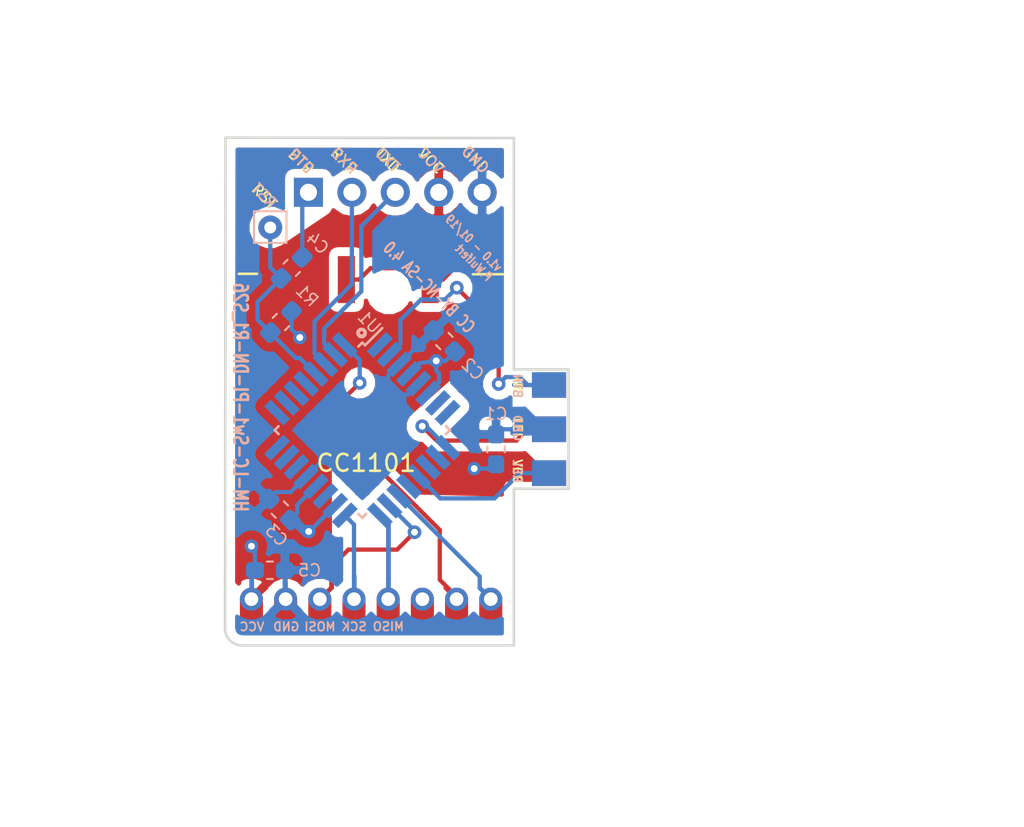
<source format=kicad_pcb>
(kicad_pcb (version 20171130) (host pcbnew "(5.0.2)-1")

  (general
    (thickness 1.6)
    (drawings 45)
    (tracks 252)
    (zones 0)
    (modules 13)
    (nets 31)
  )

  (page A4)
  (layers
    (0 F.Cu signal)
    (31 B.Cu signal)
    (32 B.Adhes user)
    (33 F.Adhes user)
    (34 B.Paste user)
    (35 F.Paste user)
    (36 B.SilkS user)
    (37 F.SilkS user)
    (38 B.Mask user)
    (39 F.Mask user)
    (40 Dwgs.User user)
    (41 Cmts.User user)
    (42 Eco1.User user)
    (43 Eco2.User user hide)
    (44 Edge.Cuts user)
    (45 Margin user)
    (46 B.CrtYd user)
    (47 F.CrtYd user)
    (48 B.Fab user hide)
    (49 F.Fab user hide)
  )

  (setup
    (last_trace_width 0.25)
    (trace_clearance 0.2)
    (zone_clearance 0.508)
    (zone_45_only no)
    (trace_min 0.2)
    (segment_width 0.2)
    (edge_width 0.15)
    (via_size 0.8)
    (via_drill 0.4)
    (via_min_size 0.4)
    (via_min_drill 0.3)
    (uvia_size 0.3)
    (uvia_drill 0.1)
    (uvias_allowed no)
    (uvia_min_size 0.2)
    (uvia_min_drill 0.1)
    (pcb_text_width 0.3)
    (pcb_text_size 1.5 1.5)
    (mod_edge_width 0.15)
    (mod_text_size 1 1)
    (mod_text_width 0.15)
    (pad_size 1.6 1.6)
    (pad_drill 1.6)
    (pad_to_mask_clearance 0.15)
    (solder_mask_min_width 0.25)
    (aux_axis_origin 0 0)
    (visible_elements 7FFFFFFF)
    (pcbplotparams
      (layerselection 0x010fc_ffffffff)
      (usegerberextensions false)
      (usegerberattributes false)
      (usegerberadvancedattributes false)
      (creategerberjobfile false)
      (excludeedgelayer true)
      (linewidth 0.100000)
      (plotframeref false)
      (viasonmask false)
      (mode 1)
      (useauxorigin false)
      (hpglpennumber 1)
      (hpglpenspeed 20)
      (hpglpendiameter 15.000000)
      (psnegative false)
      (psa4output false)
      (plotreference true)
      (plotvalue true)
      (plotinvisibletext false)
      (padsonsilk false)
      (subtractmaskfromsilk false)
      (outputformat 1)
      (mirror false)
      (drillshape 0)
      (scaleselection 1)
      (outputdirectory "Gerber/"))
  )

  (net 0 "")
  (net 1 GND)
  (net 2 VCC)
  (net 3 /DTR)
  (net 4 /Reset)
  (net 5 /TXD)
  (net 6 /RXD)
  (net 7 /MISO)
  (net 8 /MOSI)
  (net 9 /SCK)
  (net 10 "Net-(U1-Pad1)")
  (net 11 "Net-(U1-Pad7)")
  (net 12 "Net-(U1-Pad8)")
  (net 13 "Net-(U1-Pad10)")
  (net 14 "Net-(U1-Pad11)")
  (net 15 "Net-(U1-Pad13)")
  (net 16 "Net-(U1-Pad19)")
  (net 17 "Net-(U1-Pad22)")
  (net 18 "Net-(U1-Pad23)")
  (net 19 "Net-(U1-Pad24)")
  (net 20 "Net-(U1-Pad25)")
  (net 21 "Net-(U1-Pad26)")
  (net 22 "Net-(U1-Pad27)")
  (net 23 "Net-(U1-Pad28)")
  (net 24 /J10)
  (net 25 /CSN)
  (net 26 /GDO0)
  (net 27 "Net-(CC1101-Pad6)")
  (net 28 "/LED(J5)")
  (net 29 "/RELAY(J3)")
  (net 30 "/BUTTON(J4)")

  (net_class Default "Dies ist die voreingestellte Netzklasse."
    (clearance 0.2)
    (trace_width 0.25)
    (via_dia 0.8)
    (via_drill 0.4)
    (uvia_dia 0.3)
    (uvia_drill 0.1)
    (add_net "/BUTTON(J4)")
    (add_net /CSN)
    (add_net /DTR)
    (add_net /GDO0)
    (add_net /J10)
    (add_net "/LED(J5)")
    (add_net /MISO)
    (add_net /MOSI)
    (add_net "/RELAY(J3)")
    (add_net /RXD)
    (add_net /Reset)
    (add_net /SCK)
    (add_net /TXD)
    (add_net GND)
    (add_net "Net-(CC1101-Pad6)")
    (add_net "Net-(U1-Pad1)")
    (add_net "Net-(U1-Pad10)")
    (add_net "Net-(U1-Pad11)")
    (add_net "Net-(U1-Pad13)")
    (add_net "Net-(U1-Pad19)")
    (add_net "Net-(U1-Pad22)")
    (add_net "Net-(U1-Pad23)")
    (add_net "Net-(U1-Pad24)")
    (add_net "Net-(U1-Pad25)")
    (add_net "Net-(U1-Pad26)")
    (add_net "Net-(U1-Pad27)")
    (add_net "Net-(U1-Pad28)")
    (add_net "Net-(U1-Pad7)")
    (add_net "Net-(U1-Pad8)")
    (add_net VCC)
  )

  (module Homebrew:CC1101 (layer F.Cu) (tedit 5C431590) (tstamp 5C430AC2)
    (at 144.46504 122.14352 90)
    (path /5C43D36D)
    (fp_text reference CC1101 (at 10.4662 8.2102 180) (layer F.SilkS)
      (effects (font (size 1 1) (thickness 0.15)))
    )
    (fp_text value CC1101-Homebrew (at 15.5 15 90) (layer F.Fab)
      (effects (font (size 1 1) (thickness 0.15)))
    )
    (fp_line (start 21.5392 0.762) (end 21.5392 1.8288) (layer F.SilkS) (width 0.15))
    (fp_line (start 21.5138 14.4526) (end 21.5138 16.2052) (layer F.SilkS) (width 0.15))
    (pad 7 connect rect (at 1.5 13.5 90) (size 1.8 1.35) (layers F.Cu F.Mask)
      (net 26 /GDO0))
    (pad 6 connect rect (at 1.5 11.5 90) (size 1.8 1.35) (layers F.Cu F.Mask)
      (net 27 "Net-(CC1101-Pad6)"))
    (pad 5 connect rect (at 1.5 9.5 90) (size 1.8 1.35) (layers F.Cu F.Mask)
      (net 7 /MISO))
    (pad 4 connect rect (at 1.5 7.5 90) (size 1.8 1.35) (layers F.Cu F.Mask)
      (net 9 /SCK))
    (pad 3 connect rect (at 1.5 5.5 90) (size 1.8 1.35) (layers F.Cu F.Mask)
      (net 8 /MOSI))
    (pad 2 connect rect (at 1.5 3.5 90) (size 1.8 1.35) (layers F.Cu F.Mask)
      (net 1 GND))
    (pad 1 connect rect (at 1.5 1.5 90) (size 1.8 1.35) (layers F.Cu F.Mask)
      (net 2 VCC))
    (pad 7 thru_hole circle (at 2.5 13.5 90) (size 1.35 1.35) (drill 0.8) (layers *.Cu *.Mask)
      (net 26 /GDO0))
    (pad 6 thru_hole circle (at 2.5 11.5 90) (size 1.35 1.35) (drill 0.8) (layers *.Cu *.Mask)
      (net 27 "Net-(CC1101-Pad6)"))
    (pad 5 thru_hole circle (at 2.5 9.5 90) (size 1.35 1.35) (drill 0.8) (layers *.Cu *.Mask)
      (net 7 /MISO))
    (pad 4 thru_hole circle (at 2.5 7.5 90) (size 1.35 1.35) (drill 0.8) (layers *.Cu *.Mask)
      (net 9 /SCK))
    (pad 3 thru_hole circle (at 2.5 5.5 90) (size 1.35 1.35) (drill 0.8) (layers *.Cu *.Mask)
      (net 8 /MOSI))
    (pad 2 thru_hole circle (at 2.5 3.5 90) (size 1.35 1.35) (drill 0.8) (layers *.Cu *.Mask)
      (net 1 GND))
    (pad 1 thru_hole circle (at 2.5 1.5 90) (size 1.35 1.35) (drill 0.8) (layers *.Cu *.Mask)
      (net 2 VCC))
    (pad 8 connect rect (at 1.5 15.5 90) (size 1.8 1.35) (layers F.Cu F.Mask)
      (net 25 /CSN))
    (pad 8 thru_hole circle (at 2.5 15.5 90) (size 1.35 1.35) (drill 0.8) (layers *.Cu *.Mask)
      (net 25 /CSN))
  )

  (module Homebrew:CC1101_SMD_Kopfkontakte (layer F.Cu) (tedit 5C4316EA) (tstamp 5C436AB0)
    (at 145.91828 119.8396 90)
    (descr "surface-mounted straight socket strip, 2x08, 2.00mm pitch, double rows")
    (tags "Surface mounted socket strip SMD 2x08 2.00mm double row")
    (attr smd)
    (fp_text reference U2 (at 14.2748 4.4196 90) (layer F.SilkS) hide
      (effects (font (size 1 1) (thickness 0.15)))
    )
    (fp_text value CC1101- (at 18.4658 2.8956 90) (layer F.SilkS) hide
      (effects (font (size 1 1) (thickness 0.15)))
    )
    (pad 11 smd rect (at 18.9 10.5 90) (size 2.75 1) (layers F.Cu F.Paste F.Mask)
      (net 1 GND))
    (pad 10 smd rect (at 18.9 5.6 90) (size 2.75 1) (layers F.Cu F.Paste F.Mask)
      (net 1 GND))
    (model ${KISYS3DMOD}/Socket_Strips.3dshapes/Socket_Strip_Straight_2x08_Pitch2.00mm_SMD.wrl
      (at (xyz 0 0 0))
      (scale (xyz 1 1 1))
      (rotate (xyz 0 0 0))
    )
  )

  (module Homebrew:Sonoff_S26_Connector (layer F.Cu) (tedit 5C42592C) (tstamp 5C422C5D)
    (at 162.4838 103.1494 90)
    (path /5C42DA0D)
    (fp_text reference J4 (at -12.3698 0.8128 90) (layer F.SilkS) hide
      (effects (font (size 1 1) (thickness 0.15)))
    )
    (fp_text value Conn_01x06_Female (at 3.5 3 90) (layer F.Fab)
      (effects (font (size 1 1) (thickness 0.15)))
    )
    (fp_line (start -10.0076 -1.1684) (end -10 2) (layer F.CrtYd) (width 0.15))
    (fp_line (start -3.0988 -1.1684) (end -10.0076 -1.1684) (layer F.CrtYd) (width 0.15))
    (fp_line (start -3.0988 2.0066) (end -3.0988 -1.1684) (layer F.CrtYd) (width 0.15))
    (fp_line (start -10 2) (end -3.0988 2.0066) (layer F.CrtYd) (width 0.15))
    (pad 4 smd rect (at -9.1186 0.889 90) (size 1.5 2) (layers B.Cu B.Paste B.Mask)
      (net 29 "/RELAY(J3)"))
    (pad 1 smd rect (at -9.1186 0.889 90) (size 1.5 2) (layers F.Cu F.Paste F.Mask)
      (net 2 VCC))
    (pad 3 smd rect (at -3.9624 0.889 90) (size 1.5 2) (layers F.Cu F.Paste F.Mask)
      (net 24 /J10))
    (pad 2 smd rect (at -6.5532 0.889 90) (size 1.5 2) (layers F.Cu F.Paste F.Mask)
      (net 28 "/LED(J5)"))
    (pad 5 smd rect (at -6.5532 0.889 90) (size 1.5 2) (layers B.Cu B.Paste B.Mask)
      (net 1 GND))
    (pad 6 smd rect (at -3.9624 0.889 90) (size 1.5 2) (layers B.Cu B.Paste B.Mask)
      (net 30 "/BUTTON(J4)"))
  )

  (module Connector_PinHeader_2.54mm:PinHeader_1x05_P2.54mm_Vertical (layer B.Cu) (tedit 5C431B51) (tstamp 5C422C24)
    (at 149.3012 95.8342 270)
    (descr "Through hole straight pin header, 1x05, 2.54mm pitch, single row")
    (tags "Through hole pin header THT 1x05 2.54mm single row")
    (path /5AD362B5)
    (fp_text reference J1 (at 1.3716 -3.7592) (layer B.SilkS) hide
      (effects (font (size 0.7 0.7) (thickness 0.1)) (justify mirror))
    )
    (fp_text value FTDI (at -2.3368 0.2794 180) (layer B.Fab)
      (effects (font (size 1 1) (thickness 0.15)) (justify mirror))
    )
    (fp_line (start -0.635 1.27) (end 1.27 1.27) (layer B.Fab) (width 0.1))
    (fp_line (start 1.27 1.27) (end 1.27 -11.43) (layer B.Fab) (width 0.1))
    (fp_line (start 1.27 -11.43) (end -1.27 -11.43) (layer B.Fab) (width 0.1))
    (fp_line (start -1.27 -11.43) (end -1.27 0.635) (layer B.Fab) (width 0.1))
    (fp_line (start -1.27 0.635) (end -0.635 1.27) (layer B.Fab) (width 0.1))
    (fp_line (start -1.8 1.8) (end -1.8 -11.95) (layer B.CrtYd) (width 0.05))
    (fp_line (start -1.8 -11.95) (end 1.8 -11.95) (layer B.CrtYd) (width 0.05))
    (fp_line (start 1.8 -11.95) (end 1.8 1.8) (layer B.CrtYd) (width 0.05))
    (fp_line (start 1.8 1.8) (end -1.8 1.8) (layer B.CrtYd) (width 0.05))
    (fp_text user %R (at 0 -5.08 180) (layer B.Fab)
      (effects (font (size 1 1) (thickness 0.15)) (justify mirror))
    )
    (pad 1 thru_hole rect (at 0 0 270) (size 1.7 1.7) (drill 1) (layers *.Cu *.Mask)
      (net 3 /DTR))
    (pad 2 thru_hole oval (at 0 -2.54 270) (size 1.7 1.7) (drill 1) (layers *.Cu *.Mask)
      (net 6 /RXD))
    (pad 3 thru_hole oval (at 0 -5.08 270) (size 1.7 1.7) (drill 1) (layers *.Cu *.Mask)
      (net 5 /TXD))
    (pad 4 thru_hole oval (at 0 -7.62 270) (size 1.7 1.7) (drill 1) (layers *.Cu *.Mask)
      (net 2 VCC))
    (pad 5 thru_hole oval (at 0 -10.16 270) (size 1.7 1.7) (drill 1) (layers *.Cu *.Mask)
      (net 1 GND))
  )

  (module Capacitor_SMD:C_0603_1608Metric_Pad1.05x0.95mm_HandSolder (layer B.Cu) (tedit 5C4257F8) (tstamp 5C42987D)
    (at 160.274 110.87608 90)
    (descr "Capacitor SMD 0603 (1608 Metric), square (rectangular) end terminal, IPC_7351 nominal with elongated pad for handsoldering. (Body size source: http://www.tortai-tech.com/upload/download/2011102023233369053.pdf), generated with kicad-footprint-generator")
    (tags "capacitor handsolder")
    (path /5B6E837A)
    (attr smd)
    (fp_text reference C1 (at 2.07264 -0.01016) (layer B.SilkS)
      (effects (font (size 0.7 0.7) (thickness 0.1)) (justify mirror))
    )
    (fp_text value 10u (at 0 -1.43 90) (layer B.Fab)
      (effects (font (size 1 1) (thickness 0.15)) (justify mirror))
    )
    (fp_line (start -0.8 -0.4) (end -0.8 0.4) (layer B.Fab) (width 0.1))
    (fp_line (start -0.8 0.4) (end 0.8 0.4) (layer B.Fab) (width 0.1))
    (fp_line (start 0.8 0.4) (end 0.8 -0.4) (layer B.Fab) (width 0.1))
    (fp_line (start 0.8 -0.4) (end -0.8 -0.4) (layer B.Fab) (width 0.1))
    (fp_line (start -0.171268 0.51) (end 0.171268 0.51) (layer B.SilkS) (width 0.12))
    (fp_line (start -0.171268 -0.51) (end 0.171268 -0.51) (layer B.SilkS) (width 0.12))
    (fp_line (start -1.65 -0.73) (end -1.65 0.73) (layer B.CrtYd) (width 0.05))
    (fp_line (start -1.65 0.73) (end 1.65 0.73) (layer B.CrtYd) (width 0.05))
    (fp_line (start 1.65 0.73) (end 1.65 -0.73) (layer B.CrtYd) (width 0.05))
    (fp_line (start 1.65 -0.73) (end -1.65 -0.73) (layer B.CrtYd) (width 0.05))
    (fp_text user %R (at 0 0 90) (layer B.Fab)
      (effects (font (size 0.4 0.4) (thickness 0.06)) (justify mirror))
    )
    (pad 1 smd roundrect (at -0.874999 0 90) (size 1.05 0.95) (layers B.Cu B.Paste B.Mask) (roundrect_rratio 0.25)
      (net 2 VCC))
    (pad 2 smd roundrect (at 0.874999 0 90) (size 1.05 0.95) (layers B.Cu B.Paste B.Mask) (roundrect_rratio 0.25)
      (net 1 GND))
    (model ${KISYS3DMOD}/Capacitor_SMD.3dshapes/C_0603_1608Metric.wrl
      (at (xyz 0 0 0))
      (scale (xyz 1 1 1))
      (rotate (xyz 0 0 0))
    )
  )

  (module Capacitor_SMD:C_0603_1608Metric_Pad1.05x0.95mm_HandSolder (layer B.Cu) (tedit 5C42571D) (tstamp 5C4241BC)
    (at 157.2514 104.53624 135)
    (descr "Capacitor SMD 0603 (1608 Metric), square (rectangular) end terminal, IPC_7351 nominal with elongated pad for handsoldering. (Body size source: http://www.tortai-tech.com/upload/download/2011102023233369053.pdf), generated with kicad-footprint-generator")
    (tags "capacitor handsolder")
    (path /5AD32FF2)
    (attr smd)
    (fp_text reference C2 (at -2.334867 0 135) (layer B.SilkS)
      (effects (font (size 0.7 0.7) (thickness 0.1)) (justify mirror))
    )
    (fp_text value 100n (at 0 -1.43 135) (layer B.Fab)
      (effects (font (size 1 1) (thickness 0.15)) (justify mirror))
    )
    (fp_text user %R (at 0 0 135) (layer B.Fab)
      (effects (font (size 0.4 0.4) (thickness 0.06)) (justify mirror))
    )
    (fp_line (start 1.65 -0.73) (end -1.65 -0.73) (layer B.CrtYd) (width 0.05))
    (fp_line (start 1.65 0.73) (end 1.65 -0.73) (layer B.CrtYd) (width 0.05))
    (fp_line (start -1.65 0.73) (end 1.65 0.73) (layer B.CrtYd) (width 0.05))
    (fp_line (start -1.65 -0.73) (end -1.65 0.73) (layer B.CrtYd) (width 0.05))
    (fp_line (start -0.171268 -0.51) (end 0.171268 -0.51) (layer B.SilkS) (width 0.12))
    (fp_line (start -0.171268 0.51) (end 0.171268 0.51) (layer B.SilkS) (width 0.12))
    (fp_line (start 0.8 -0.4) (end -0.8 -0.4) (layer B.Fab) (width 0.1))
    (fp_line (start 0.8 0.4) (end 0.8 -0.4) (layer B.Fab) (width 0.1))
    (fp_line (start -0.8 0.4) (end 0.8 0.4) (layer B.Fab) (width 0.1))
    (fp_line (start -0.8 -0.4) (end -0.8 0.4) (layer B.Fab) (width 0.1))
    (pad 2 smd roundrect (at 0.874999 0 135) (size 1.05 0.95) (layers B.Cu B.Paste B.Mask) (roundrect_rratio 0.25)
      (net 1 GND))
    (pad 1 smd roundrect (at -0.874999 0 135) (size 1.05 0.95) (layers B.Cu B.Paste B.Mask) (roundrect_rratio 0.25)
      (net 2 VCC))
    (model ${KISYS3DMOD}/Capacitor_SMD.3dshapes/C_0603_1608Metric.wrl
      (at (xyz 0 0 0))
      (scale (xyz 1 1 1))
      (rotate (xyz 0 0 0))
    )
  )

  (module Capacitor_SMD:C_0603_1608Metric_Pad1.05x0.95mm_HandSolder (layer B.Cu) (tedit 5C42581A) (tstamp 5C423F9F)
    (at 147.6248 114.4016 135)
    (descr "Capacitor SMD 0603 (1608 Metric), square (rectangular) end terminal, IPC_7351 nominal with elongated pad for handsoldering. (Body size source: http://www.tortai-tech.com/upload/download/2011102023233369053.pdf), generated with kicad-footprint-generator")
    (tags "capacitor handsolder")
    (path /5AD32EA5)
    (attr smd)
    (fp_text reference C3 (at -0.926762 -1.206946 135) (layer B.SilkS)
      (effects (font (size 0.7 0.7) (thickness 0.1)) (justify mirror))
    )
    (fp_text value 100n (at 0 -1.43 135) (layer B.Fab)
      (effects (font (size 1 1) (thickness 0.15)) (justify mirror))
    )
    (fp_line (start -0.8 -0.4) (end -0.8 0.4) (layer B.Fab) (width 0.1))
    (fp_line (start -0.8 0.4) (end 0.8 0.4) (layer B.Fab) (width 0.1))
    (fp_line (start 0.8 0.4) (end 0.8 -0.4) (layer B.Fab) (width 0.1))
    (fp_line (start 0.8 -0.4) (end -0.8 -0.4) (layer B.Fab) (width 0.1))
    (fp_line (start -0.171268 0.51) (end 0.171268 0.51) (layer B.SilkS) (width 0.12))
    (fp_line (start -0.171268 -0.51) (end 0.171268 -0.51) (layer B.SilkS) (width 0.12))
    (fp_line (start -1.65 -0.73) (end -1.65 0.73) (layer B.CrtYd) (width 0.05))
    (fp_line (start -1.65 0.73) (end 1.65 0.73) (layer B.CrtYd) (width 0.05))
    (fp_line (start 1.65 0.73) (end 1.65 -0.73) (layer B.CrtYd) (width 0.05))
    (fp_line (start 1.65 -0.73) (end -1.65 -0.73) (layer B.CrtYd) (width 0.05))
    (fp_text user %R (at 0 0 135) (layer B.Fab)
      (effects (font (size 0.4 0.4) (thickness 0.06)) (justify mirror))
    )
    (pad 1 smd roundrect (at -0.874999 0 135) (size 1.05 0.95) (layers B.Cu B.Paste B.Mask) (roundrect_rratio 0.25)
      (net 2 VCC))
    (pad 2 smd roundrect (at 0.874999 0 135) (size 1.05 0.95) (layers B.Cu B.Paste B.Mask) (roundrect_rratio 0.25)
      (net 1 GND))
    (model ${KISYS3DMOD}/Capacitor_SMD.3dshapes/C_0603_1608Metric.wrl
      (at (xyz 0 0 0))
      (scale (xyz 1 1 1))
      (rotate (xyz 0 0 0))
    )
  )

  (module Capacitor_SMD:C_0603_1608Metric_Pad1.05x0.95mm_HandSolder (layer B.Cu) (tedit 5C42574C) (tstamp 5C436A0A)
    (at 148.32076 100.2538 225)
    (descr "Capacitor SMD 0603 (1608 Metric), square (rectangular) end terminal, IPC_7351 nominal with elongated pad for handsoldering. (Body size source: http://www.tortai-tech.com/upload/download/2011102023233369053.pdf), generated with kicad-footprint-generator")
    (tags "capacitor handsolder")
    (path /5AD3532A)
    (attr smd)
    (fp_text reference C4 (at -2.087012 -0.046697 315) (layer B.SilkS)
      (effects (font (size 0.7 0.7) (thickness 0.1)) (justify mirror))
    )
    (fp_text value 100n (at 0 -1.43 225) (layer B.Fab)
      (effects (font (size 1 1) (thickness 0.15)) (justify mirror))
    )
    (fp_line (start -0.8 -0.4) (end -0.8 0.4) (layer B.Fab) (width 0.1))
    (fp_line (start -0.8 0.4) (end 0.8 0.4) (layer B.Fab) (width 0.1))
    (fp_line (start 0.8 0.4) (end 0.8 -0.4) (layer B.Fab) (width 0.1))
    (fp_line (start 0.8 -0.4) (end -0.8 -0.4) (layer B.Fab) (width 0.1))
    (fp_line (start -0.171268 0.51) (end 0.171268 0.51) (layer B.SilkS) (width 0.12))
    (fp_line (start -0.171268 -0.51) (end 0.171268 -0.51) (layer B.SilkS) (width 0.12))
    (fp_line (start -1.65 -0.73) (end -1.65 0.73) (layer B.CrtYd) (width 0.05))
    (fp_line (start -1.65 0.73) (end 1.65 0.73) (layer B.CrtYd) (width 0.05))
    (fp_line (start 1.65 0.73) (end 1.65 -0.73) (layer B.CrtYd) (width 0.05))
    (fp_line (start 1.65 -0.73) (end -1.65 -0.73) (layer B.CrtYd) (width 0.05))
    (fp_text user %R (at 0 0 225) (layer B.Fab)
      (effects (font (size 0.4 0.4) (thickness 0.06)) (justify mirror))
    )
    (pad 1 smd roundrect (at -0.874999 0 225) (size 1.05 0.95) (layers B.Cu B.Paste B.Mask) (roundrect_rratio 0.25)
      (net 3 /DTR))
    (pad 2 smd roundrect (at 0.874999 0 225) (size 1.05 0.95) (layers B.Cu B.Paste B.Mask) (roundrect_rratio 0.25)
      (net 4 /Reset))
    (model ${KISYS3DMOD}/Capacitor_SMD.3dshapes/C_0603_1608Metric.wrl
      (at (xyz 0 0 0))
      (scale (xyz 1 1 1))
      (rotate (xyz 0 0 0))
    )
  )

  (module Capacitor_SMD:C_0603_1608Metric_Pad1.05x0.95mm_HandSolder (layer B.Cu) (tedit 5C42582C) (tstamp 5C422C0B)
    (at 147.04568 117.95252)
    (descr "Capacitor SMD 0603 (1608 Metric), square (rectangular) end terminal, IPC_7351 nominal with elongated pad for handsoldering. (Body size source: http://www.tortai-tech.com/upload/download/2011102023233369053.pdf), generated with kicad-footprint-generator")
    (tags "capacitor handsolder")
    (path /5AD31EC8)
    (attr smd)
    (fp_text reference C5 (at 2.32156 0.00508) (layer B.SilkS)
      (effects (font (size 0.7 0.7) (thickness 0.1)) (justify mirror))
    )
    (fp_text value 100n (at 0 -1.43) (layer B.Fab)
      (effects (font (size 1 1) (thickness 0.15)) (justify mirror))
    )
    (fp_text user %R (at 0 0) (layer B.Fab)
      (effects (font (size 0.4 0.4) (thickness 0.06)) (justify mirror))
    )
    (fp_line (start 1.65 -0.73) (end -1.65 -0.73) (layer B.CrtYd) (width 0.05))
    (fp_line (start 1.65 0.73) (end 1.65 -0.73) (layer B.CrtYd) (width 0.05))
    (fp_line (start -1.65 0.73) (end 1.65 0.73) (layer B.CrtYd) (width 0.05))
    (fp_line (start -1.65 -0.73) (end -1.65 0.73) (layer B.CrtYd) (width 0.05))
    (fp_line (start -0.171267 -0.51) (end 0.171267 -0.51) (layer B.SilkS) (width 0.12))
    (fp_line (start -0.171267 0.51) (end 0.171267 0.51) (layer B.SilkS) (width 0.12))
    (fp_line (start 0.8 -0.4) (end -0.8 -0.4) (layer B.Fab) (width 0.1))
    (fp_line (start 0.8 0.4) (end 0.8 -0.4) (layer B.Fab) (width 0.1))
    (fp_line (start -0.8 0.4) (end 0.8 0.4) (layer B.Fab) (width 0.1))
    (fp_line (start -0.8 -0.4) (end -0.8 0.4) (layer B.Fab) (width 0.1))
    (pad 2 smd roundrect (at 0.875 0) (size 1.05 0.95) (layers B.Cu B.Paste B.Mask) (roundrect_rratio 0.25)
      (net 1 GND))
    (pad 1 smd roundrect (at -0.875 0) (size 1.05 0.95) (layers B.Cu B.Paste B.Mask) (roundrect_rratio 0.25)
      (net 2 VCC))
    (model ${KISYS3DMOD}/Capacitor_SMD.3dshapes/C_0603_1608Metric.wrl
      (at (xyz 0 0 0))
      (scale (xyz 1 1 1))
      (rotate (xyz 0 0 0))
    )
  )

  (module Connector_Pin:Pin_D0.7mm_L6.5mm_W1.8mm_FlatFork (layer B.Cu) (tedit 5C431B56) (tstamp 5C424A5A)
    (at 147.066 97.8916 270)
    (descr "solder Pin_ with flat fork, hole diameter 0.7mm, length 6.5mm, width 1.8mm")
    (tags "solder Pin_ with flat fork")
    (path /5B4BEEED)
    (fp_text reference J3 (at 0 1.6002 180) (layer B.SilkS) hide
      (effects (font (size 0.7 0.7) (thickness 0.1)) (justify mirror))
    )
    (fp_text value Reset (at 0 1.8 270) (layer B.Fab)
      (effects (font (size 1 1) (thickness 0.15)) (justify mirror))
    )
    (fp_text user %R (at 0 -1.8 270) (layer B.Fab)
      (effects (font (size 1 1) (thickness 0.15)) (justify mirror))
    )
    (fp_line (start -0.95 0.95) (end -0.95 -0.95) (layer B.SilkS) (width 0.12))
    (fp_line (start -0.95 -0.95) (end 0.9 -0.95) (layer B.SilkS) (width 0.12))
    (fp_line (start 0.9 -0.95) (end 0.9 0.9) (layer B.SilkS) (width 0.12))
    (fp_line (start 0.9 0.9) (end 0.9 0.95) (layer B.SilkS) (width 0.12))
    (fp_line (start 0.9 0.95) (end -0.95 0.95) (layer B.SilkS) (width 0.12))
    (fp_line (start -0.9 0.25) (end 0.85 0.25) (layer B.Fab) (width 0.12))
    (fp_line (start 0.85 0.25) (end 0.85 -0.25) (layer B.Fab) (width 0.12))
    (fp_line (start 0.85 -0.25) (end -0.9 -0.25) (layer B.Fab) (width 0.12))
    (fp_line (start -0.9 -0.25) (end -0.9 0.25) (layer B.Fab) (width 0.12))
    (fp_line (start -1.4 1.2) (end 1.35 1.2) (layer B.CrtYd) (width 0.05))
    (fp_line (start -1.4 1.2) (end -1.4 -1.2) (layer B.CrtYd) (width 0.05))
    (fp_line (start 1.35 -1.2) (end 1.35 1.2) (layer B.CrtYd) (width 0.05))
    (fp_line (start 1.35 -1.2) (end -1.4 -1.2) (layer B.CrtYd) (width 0.05))
    (pad 1 thru_hole circle (at 0 0 270) (size 1.4 1.4) (drill 0.7) (layers *.Cu *.Mask)
      (net 4 /Reset))
  )

  (module Capacitor_SMD:C_0603_1608Metric_Pad1.05x0.95mm_HandSolder (layer B.Cu) (tedit 5C433136) (tstamp 5C422C6E)
    (at 147.69084 103.42372 225)
    (descr "Capacitor SMD 0603 (1608 Metric), square (rectangular) end terminal, IPC_7351 nominal with elongated pad for handsoldering. (Body size source: http://www.tortai-tech.com/upload/download/2011102023233369053.pdf), generated with kicad-footprint-generator")
    (tags "capacitor handsolder")
    (path /5AD3185F)
    (attr smd)
    (fp_text reference R1 (at -2.180406 0.017961 135) (layer B.SilkS)
      (effects (font (size 0.7 0.7) (thickness 0.1)) (justify mirror))
    )
    (fp_text value 10k (at 0 -1.43 225) (layer B.Fab)
      (effects (font (size 1 1) (thickness 0.15)) (justify mirror))
    )
    (fp_line (start -0.8 -0.4) (end -0.8 0.4) (layer B.Fab) (width 0.1))
    (fp_line (start -0.8 0.4) (end 0.8 0.4) (layer B.Fab) (width 0.1))
    (fp_line (start 0.8 0.4) (end 0.8 -0.4) (layer B.Fab) (width 0.1))
    (fp_line (start 0.8 -0.4) (end -0.8 -0.4) (layer B.Fab) (width 0.1))
    (fp_line (start -0.171268 0.51) (end 0.171268 0.51) (layer B.SilkS) (width 0.12))
    (fp_line (start -0.171268 -0.51) (end 0.171268 -0.51) (layer B.SilkS) (width 0.12))
    (fp_line (start -1.65 -0.73) (end -1.65 0.73) (layer B.CrtYd) (width 0.05))
    (fp_line (start -1.65 0.73) (end 1.65 0.73) (layer B.CrtYd) (width 0.05))
    (fp_line (start 1.65 0.73) (end 1.65 -0.73) (layer B.CrtYd) (width 0.05))
    (fp_line (start 1.65 -0.73) (end -1.65 -0.73) (layer B.CrtYd) (width 0.05))
    (fp_text user %R (at 0 0 225) (layer B.Fab)
      (effects (font (size 0.4 0.4) (thickness 0.06)) (justify mirror))
    )
    (pad 1 smd roundrect (at -0.874999 0 225) (size 1.05 0.95) (layers B.Cu B.Paste B.Mask) (roundrect_rratio 0.25)
      (net 2 VCC))
    (pad 2 smd roundrect (at 0.874999 0 225) (size 1.05 0.95) (layers B.Cu B.Paste B.Mask) (roundrect_rratio 0.25)
      (net 4 /Reset))
    (model ${KISYS3DMOD}/Capacitor_SMD.3dshapes/C_0603_1608Metric.wrl
      (at (xyz 0 0 0))
      (scale (xyz 1 1 1))
      (rotate (xyz 0 0 0))
    )
  )

  (module Package_QFP:TQFP-32_7x7mm_P0.8mm (layer B.Cu) (tedit 5C425A21) (tstamp 5C422CA5)
    (at 152.4508 109.7534 225)
    (descr "32-Lead Plastic Thin Quad Flatpack (PT) - 7x7x1.0 mm Body, 2.00 mm [TQFP] (see Microchip Packaging Specification 00000049BS.pdf)")
    (tags "QFP 0.8")
    (path /5C421A19)
    (attr smd)
    (fp_text reference U1 (at -4.76672 4.191984 315) (layer B.SilkS)
      (effects (font (size 0.7 0.7) (thickness 0.1)) (justify mirror))
    )
    (fp_text value ATmega328P-AU (at 0 -6.05 225) (layer B.Fab)
      (effects (font (size 0.5 0.5) (thickness 0.125)) (justify mirror))
    )
    (fp_text user %R (at 0 0 225) (layer B.Fab)
      (effects (font (size 1 1) (thickness 0.15)) (justify mirror))
    )
    (fp_line (start -2.5 3.5) (end 3.5 3.5) (layer B.Fab) (width 0.15))
    (fp_line (start 3.5 3.5) (end 3.5 -3.5) (layer B.Fab) (width 0.15))
    (fp_line (start 3.5 -3.5) (end -3.5 -3.5) (layer B.Fab) (width 0.15))
    (fp_line (start -3.5 -3.5) (end -3.5 2.5) (layer B.Fab) (width 0.15))
    (fp_line (start -3.5 2.5) (end -2.5 3.5) (layer B.Fab) (width 0.15))
    (fp_line (start -5.3 5.3) (end -5.3 -5.3) (layer B.CrtYd) (width 0.05))
    (fp_line (start 5.3 5.3) (end 5.3 -5.3) (layer B.CrtYd) (width 0.05))
    (fp_line (start -5.3 5.3) (end 5.3 5.3) (layer B.CrtYd) (width 0.05))
    (fp_line (start -5.3 -5.3) (end 5.3 -5.3) (layer B.CrtYd) (width 0.05))
    (fp_line (start -3.625 3.625) (end -3.625 3.4) (layer B.SilkS) (width 0.15))
    (fp_line (start 3.625 3.625) (end 3.625 3.3) (layer B.SilkS) (width 0.15))
    (fp_line (start 3.625 -3.625) (end 3.625 -3.3) (layer B.SilkS) (width 0.15))
    (fp_line (start -3.625 -3.625) (end -3.625 -3.3) (layer B.SilkS) (width 0.15))
    (fp_line (start -3.625 3.625) (end -3.3 3.625) (layer B.SilkS) (width 0.15))
    (fp_line (start -3.625 -3.625) (end -3.3 -3.625) (layer B.SilkS) (width 0.15))
    (fp_line (start 3.625 -3.625) (end 3.3 -3.625) (layer B.SilkS) (width 0.15))
    (fp_line (start 3.625 3.625) (end 3.3 3.625) (layer B.SilkS) (width 0.15))
    (fp_line (start -3.625 3.4) (end -5.05 3.4) (layer B.SilkS) (width 0.15))
    (pad 1 smd rect (at -4.25 2.8 225) (size 1.6 0.55) (layers B.Cu B.Paste B.Mask)
      (net 10 "Net-(U1-Pad1)"))
    (pad 2 smd rect (at -4.25 2 225) (size 1.6 0.55) (layers B.Cu B.Paste B.Mask)
      (net 30 "/BUTTON(J4)"))
    (pad 3 smd rect (at -4.25 1.2 225) (size 1.6 0.55) (layers B.Cu B.Paste B.Mask)
      (net 1 GND))
    (pad 4 smd rect (at -4.25 0.4 225) (size 1.6 0.55) (layers B.Cu B.Paste B.Mask)
      (net 2 VCC))
    (pad 5 smd rect (at -4.25 -0.4 225) (size 1.6 0.55) (layers B.Cu B.Paste B.Mask)
      (net 1 GND))
    (pad 6 smd rect (at -4.25 -1.2 225) (size 1.6 0.55) (layers B.Cu B.Paste B.Mask)
      (net 2 VCC))
    (pad 7 smd rect (at -4.25 -2 225) (size 1.6 0.55) (layers B.Cu B.Paste B.Mask)
      (net 11 "Net-(U1-Pad7)"))
    (pad 8 smd rect (at -4.25 -2.8 225) (size 1.6 0.55) (layers B.Cu B.Paste B.Mask)
      (net 12 "Net-(U1-Pad8)"))
    (pad 9 smd rect (at -2.8 -4.25 135) (size 1.6 0.55) (layers B.Cu B.Paste B.Mask)
      (net 28 "/LED(J5)"))
    (pad 10 smd rect (at -2 -4.25 135) (size 1.6 0.55) (layers B.Cu B.Paste B.Mask)
      (net 13 "Net-(U1-Pad10)"))
    (pad 11 smd rect (at -1.2 -4.25 135) (size 1.6 0.55) (layers B.Cu B.Paste B.Mask)
      (net 14 "Net-(U1-Pad11)"))
    (pad 12 smd rect (at -0.4 -4.25 135) (size 1.6 0.55) (layers B.Cu B.Paste B.Mask)
      (net 29 "/RELAY(J3)"))
    (pad 13 smd rect (at 0.4 -4.25 135) (size 1.6 0.55) (layers B.Cu B.Paste B.Mask)
      (net 15 "Net-(U1-Pad13)"))
    (pad 14 smd rect (at 1.2 -4.25 135) (size 1.6 0.55) (layers B.Cu B.Paste B.Mask)
      (net 25 /CSN))
    (pad 15 smd rect (at 2 -4.25 135) (size 1.6 0.55) (layers B.Cu B.Paste B.Mask)
      (net 8 /MOSI))
    (pad 16 smd rect (at 2.8 -4.25 135) (size 1.6 0.55) (layers B.Cu B.Paste B.Mask)
      (net 7 /MISO))
    (pad 17 smd rect (at 4.25 -2.8 225) (size 1.6 0.55) (layers B.Cu B.Paste B.Mask)
      (net 9 /SCK))
    (pad 18 smd rect (at 4.25 -2 225) (size 1.6 0.55) (layers B.Cu B.Paste B.Mask)
      (net 2 VCC))
    (pad 19 smd rect (at 4.25 -1.2 225) (size 1.6 0.55) (layers B.Cu B.Paste B.Mask)
      (net 16 "Net-(U1-Pad19)"))
    (pad 20 smd rect (at 4.25 -0.4 225) (size 1.6 0.55) (layers B.Cu B.Paste B.Mask)
      (net 2 VCC))
    (pad 21 smd rect (at 4.25 0.4 225) (size 1.6 0.55) (layers B.Cu B.Paste B.Mask)
      (net 1 GND))
    (pad 22 smd rect (at 4.25 1.2 225) (size 1.6 0.55) (layers B.Cu B.Paste B.Mask)
      (net 17 "Net-(U1-Pad22)"))
    (pad 23 smd rect (at 4.25 2 225) (size 1.6 0.55) (layers B.Cu B.Paste B.Mask)
      (net 18 "Net-(U1-Pad23)"))
    (pad 24 smd rect (at 4.25 2.8 225) (size 1.6 0.55) (layers B.Cu B.Paste B.Mask)
      (net 19 "Net-(U1-Pad24)"))
    (pad 25 smd rect (at 2.8 4.25 135) (size 1.6 0.55) (layers B.Cu B.Paste B.Mask)
      (net 20 "Net-(U1-Pad25)"))
    (pad 26 smd rect (at 2 4.25 135) (size 1.6 0.55) (layers B.Cu B.Paste B.Mask)
      (net 21 "Net-(U1-Pad26)"))
    (pad 27 smd rect (at 1.2 4.25 135) (size 1.6 0.55) (layers B.Cu B.Paste B.Mask)
      (net 22 "Net-(U1-Pad27)"))
    (pad 28 smd rect (at 0.4 4.25 135) (size 1.6 0.55) (layers B.Cu B.Paste B.Mask)
      (net 23 "Net-(U1-Pad28)"))
    (pad 29 smd rect (at -0.4 4.25 135) (size 1.6 0.55) (layers B.Cu B.Paste B.Mask)
      (net 4 /Reset))
    (pad 30 smd rect (at -1.2 4.25 135) (size 1.6 0.55) (layers B.Cu B.Paste B.Mask)
      (net 6 /RXD))
    (pad 31 smd rect (at -2 4.25 135) (size 1.6 0.55) (layers B.Cu B.Paste B.Mask)
      (net 5 /TXD))
    (pad 32 smd rect (at -2.8 4.25 135) (size 1.6 0.55) (layers B.Cu B.Paste B.Mask)
      (net 26 /GDO0))
    (model ${KISYS3DMOD}/Package_QFP.3dshapes/TQFP-32_7x7mm_P0.8mm.wrl
      (at (xyz 0 0 0))
      (scale (xyz 1 1 1))
      (rotate (xyz 0 0 0))
    )
  )

  (module "Homebrew:CC1101 Loch" (layer F.Cu) (tedit 5C448C42) (tstamp 5C43418A)
    (at 154.0002 99.3902)
    (fp_text reference REF** (at 0 0.5) (layer F.SilkS) hide
      (effects (font (size 1 1) (thickness 0.15)))
    )
    (fp_text value "CC1101 Loch" (at 0 -0.5) (layer F.Fab) hide
      (effects (font (size 1 1) (thickness 0.15)))
    )
    (pad "" np_thru_hole circle (at 0 2.2606) (size 1.6 1.6) (drill 1.6) (layers *.Cu *.Mask))
  )

  (gr_text VCC (at 161.52876 112.18164 270) (layer F.SilkS) (tstamp 5C437C2F)
    (effects (font (size 0.5 0.5) (thickness 0.1)))
  )
  (gr_text "LED\n" (at 161.53384 109.70768 270) (layer F.SilkS) (tstamp 5C437BCE)
    (effects (font (size 0.5 0.5) (thickness 0.1)))
  )
  (gr_text "NC\n" (at 161.53892 107.18292 270) (layer F.SilkS) (tstamp 5C437B6B)
    (effects (font (size 0.5 0.5) (thickness 0.1)))
  )
  (gr_text REL (at 161.52368 112.1664 270) (layer B.SilkS) (tstamp 5C437AA0)
    (effects (font (size 0.5 0.5) (thickness 0.1)) (justify mirror))
  )
  (gr_text BTN (at 161.53384 107.16768 270) (layer B.SilkS) (tstamp 5C437981)
    (effects (font (size 0.5 0.5) (thickness 0.1)) (justify mirror))
  )
  (gr_text "GND\n" (at 161.53384 109.63148 270) (layer B.SilkS)
    (effects (font (size 0.5 0.5) (thickness 0.1)) (justify mirror))
  )
  (gr_text "CC BY-NC-SA 4.0" (at 156.35224 101.40188 315) (layer B.SilkS) (tstamp 5C438096)
    (effects (font (size 0.7 0.5) (thickness 0.12)) (justify mirror))
  )
  (gr_circle (center 152.407306 104.06888) (end 152.285386 104.24668) (layer B.SilkS) (width 0.2))
  (gr_circle (center 152.41524 104.05364) (end 152.35428 104.12984) (layer B.SilkS) (width 0.2))
  (gr_arc (start 145.415 121.3612) (end 144.4244 121.3612) (angle -90) (layer Edge.Cuts) (width 0.15))
  (dimension 29.8704 (width 0.3) (layer Eco1.User)
    (gr_text "29,870 mm" (at 189.2218 107.5182 90) (layer Eco1.User)
      (effects (font (size 1.5 1.5) (thickness 0.3)))
    )
    (feature1 (pts (xy 181.0766 92.583) (xy 187.708221 92.583)))
    (feature2 (pts (xy 181.0766 122.4534) (xy 187.708221 122.4534)))
    (crossbar (pts (xy 187.1218 122.4534) (xy 187.1218 92.583)))
    (arrow1a (pts (xy 187.1218 92.583) (xy 187.708221 93.709504)))
    (arrow1b (pts (xy 187.1218 92.583) (xy 186.535379 93.709504)))
    (arrow2a (pts (xy 187.1218 122.4534) (xy 187.708221 121.326896)))
    (arrow2b (pts (xy 187.1218 122.4534) (xy 186.535379 121.326896)))
  )
  (dimension 16.2306 (width 0.3) (layer Eco1.User)
    (gr_text "16,231 mm" (at 182.6686 114.2873 90) (layer Eco1.User)
      (effects (font (size 1.5 1.5) (thickness 0.3)))
    )
    (feature1 (pts (xy 174.2694 106.172) (xy 181.155021 106.172)))
    (feature2 (pts (xy 174.2694 122.4026) (xy 181.155021 122.4026)))
    (crossbar (pts (xy 180.5686 122.4026) (xy 180.5686 106.172)))
    (arrow1a (pts (xy 180.5686 106.172) (xy 181.155021 107.298504)))
    (arrow1b (pts (xy 180.5686 106.172) (xy 179.982179 107.298504)))
    (arrow2a (pts (xy 180.5686 122.4026) (xy 181.155021 121.276096)))
    (arrow2b (pts (xy 180.5686 122.4026) (xy 179.982179 121.276096)))
  )
  (dimension 9.144 (width 0.3) (layer Eco1.User)
    (gr_text "9,144 mm" (at 175.7344 117.856 90) (layer Eco1.User)
      (effects (font (size 1.5 1.5) (thickness 0.3)))
    )
    (feature1 (pts (xy 171.0182 113.284) (xy 174.220821 113.284)))
    (feature2 (pts (xy 171.0182 122.428) (xy 174.220821 122.428)))
    (crossbar (pts (xy 173.6344 122.428) (xy 173.6344 113.284)))
    (arrow1a (pts (xy 173.6344 113.284) (xy 174.220821 114.410504)))
    (arrow1b (pts (xy 173.6344 113.284) (xy 173.047979 114.410504)))
    (arrow2a (pts (xy 173.6344 122.428) (xy 174.220821 121.301496)))
    (arrow2b (pts (xy 173.6344 122.428) (xy 173.047979 121.301496)))
  )
  (dimension 3.2004 (width 0.3) (layer Eco1.User)
    (gr_text "3,200 mm" (at 163.01721 134.353152) (layer Eco1.User)
      (effects (font (size 1.5 1.5) (thickness 0.3)))
    )
    (feature1 (pts (xy 161.41701 128.951152) (xy 161.41701 132.839573)))
    (feature2 (pts (xy 164.61741 128.951152) (xy 164.61741 132.839573)))
    (crossbar (pts (xy 164.61741 132.253152) (xy 161.41701 132.253152)))
    (arrow1a (pts (xy 161.41701 132.253152) (xy 162.543514 131.666731)))
    (arrow1b (pts (xy 161.41701 132.253152) (xy 162.543514 132.839573)))
    (arrow2a (pts (xy 164.61741 132.253152) (xy 163.490906 131.666731)))
    (arrow2b (pts (xy 164.61741 132.253152) (xy 163.490906 132.839573)))
  )
  (dimension 17.018 (width 0.3) (layer Eco1.User)
    (gr_text "17,018 mm" (at 152.8826 85.6824) (layer Eco1.User)
      (effects (font (size 1.5 1.5) (thickness 0.3)))
    )
    (feature1 (pts (xy 161.3916 92.583) (xy 161.3916 87.195979)))
    (feature2 (pts (xy 144.3736 92.583) (xy 144.3736 87.195979)))
    (crossbar (pts (xy 144.3736 87.7824) (xy 161.3916 87.7824)))
    (arrow1a (pts (xy 161.3916 87.7824) (xy 160.265096 88.368821)))
    (arrow1b (pts (xy 161.3916 87.7824) (xy 160.265096 87.195979)))
    (arrow2a (pts (xy 144.3736 87.7824) (xy 145.500104 88.368821)))
    (arrow2b (pts (xy 144.3736 87.7824) (xy 145.500104 87.195979)))
  )
  (gr_text VCC (at 145.9992 121.2596) (layer B.SilkS) (tstamp 5C434553)
    (effects (font (size 0.5 0.5) (thickness 0.1)) (justify mirror))
  )
  (gr_text GND (at 148.0058 121.2596) (layer B.SilkS) (tstamp 5C434438)
    (effects (font (size 0.5 0.5) (thickness 0.1)) (justify mirror))
  )
  (gr_text RST (at 146.7104 96.0628 -45) (layer F.SilkS) (tstamp 5C433C12)
    (effects (font (size 0.6 0.6) (thickness 0.1)))
  )
  (gr_text RXD (at 151.384 94.0054 -45) (layer F.SilkS) (tstamp 5C433C11)
    (effects (font (size 0.6 0.6) (thickness 0.1)))
  )
  (gr_text DTR (at 148.8694 94.0308 -45) (layer F.SilkS) (tstamp 5C433C10)
    (effects (font (size 0.6 0.6) (thickness 0.1)))
  )
  (gr_text "VCC\n" (at 156.464 94.0054 -45) (layer F.SilkS) (tstamp 5C433C0F)
    (effects (font (size 0.6 0.6) (thickness 0.1)))
  )
  (gr_text "TXD\n" (at 153.924 93.9546 -45) (layer F.SilkS) (tstamp 5C433C0E)
    (effects (font (size 0.6 0.6) (thickness 0.1)))
  )
  (gr_text GND (at 159.0548 93.9292 -45) (layer F.SilkS) (tstamp 5C433C0D)
    (effects (font (size 0.6 0.6) (thickness 0.1)))
  )
  (gr_text "v1.0 - 01/19\nP.Wulfert\n\n" (at 159.95904 100.94468 315) (layer B.SilkS)
    (effects (font (size 0.5 0.4) (thickness 0.1)) (justify left mirror))
  )
  (gr_text HM-LC-Sw1-Pl-DN-R1_S26 (at 145.32356 107.83316 270) (layer B.SilkS) (tstamp 5C436B79)
    (effects (font (size 0.8 0.6) (thickness 0.15)) (justify mirror))
  )
  (gr_text MOSI (at 149.97176 121.2596) (layer B.SilkS) (tstamp 5C433456)
    (effects (font (size 0.5 0.5) (thickness 0.1)) (justify mirror))
  )
  (gr_text "SCK\n" (at 151.9682 121.25452) (layer B.SilkS) (tstamp 5C43338D)
    (effects (font (size 0.5 0.5) (thickness 0.1)) (justify mirror))
  )
  (gr_text MISO (at 153.9748 121.24944) (layer B.SilkS) (tstamp 5C433333)
    (effects (font (size 0.5 0.5) (thickness 0.1)) (justify mirror))
  )
  (gr_text RST (at 146.7104 96.0374 -45) (layer B.SilkS) (tstamp 5C4325D6)
    (effects (font (size 0.6 0.6) (thickness 0.1)) (justify mirror))
  )
  (gr_text DTR (at 148.8694 94.0054 -45) (layer B.SilkS) (tstamp 5C43224C)
    (effects (font (size 0.6 0.6) (thickness 0.1)) (justify mirror))
  )
  (gr_text RXD (at 151.384 93.98 -45) (layer B.SilkS) (tstamp 5C432105)
    (effects (font (size 0.6 0.6) (thickness 0.1)) (justify mirror))
  )
  (gr_text "TXD\n" (at 153.924 93.9292 -45) (layer B.SilkS) (tstamp 5C4320F0)
    (effects (font (size 0.6 0.6) (thickness 0.1)) (justify mirror))
  )
  (gr_text "VCC\n" (at 156.464 93.98 -45) (layer B.SilkS) (tstamp 5C431F35)
    (effects (font (size 0.6 0.6) (thickness 0.1)) (justify mirror))
  )
  (gr_text GND (at 159.0548 93.9038 -45) (layer B.SilkS)
    (effects (font (size 0.6 0.6) (thickness 0.1)) (justify mirror))
  )
  (dimension 29.718532 (width 0.3) (layer Eco1.User)
    (gr_text "29,719 mm" (at 133.195408 107.529057 270.3427912) (layer Eco1.User)
      (effects (font (size 1.5 1.5) (thickness 0.3)))
    )
    (feature1 (pts (xy 139.3444 122.3518) (xy 134.79786 122.379002)))
    (feature2 (pts (xy 139.1666 92.6338) (xy 134.62006 92.661002)))
    (crossbar (pts (xy 135.20647 92.657493) (xy 135.38427 122.375493)))
    (arrow1a (pts (xy 135.38427 122.375493) (xy 134.79112 121.252518)))
    (arrow1b (pts (xy 135.38427 122.375493) (xy 135.963941 121.245501)))
    (arrow2a (pts (xy 135.20647 92.657493) (xy 134.626799 93.787485)))
    (arrow2b (pts (xy 135.20647 92.657493) (xy 135.79962 93.780468)))
  )
  (dimension 6.50245 (width 0.3) (layer Eco2.User)
    (gr_text "6,502 mm" (at 137.484576 116.412395 89.7761895) (layer Eco2.User)
      (effects (font (size 1.5 1.5) (thickness 0.3)))
    )
    (feature1 (pts (xy 162.4076 119.761) (xy 138.985444 119.669507)))
    (feature2 (pts (xy 162.433 113.2586) (xy 139.010844 113.167107)))
    (crossbar (pts (xy 139.59726 113.169398) (xy 139.57186 119.671798)))
    (arrow1a (pts (xy 139.57186 119.671798) (xy 138.989844 118.543012)))
    (arrow1b (pts (xy 139.57186 119.671798) (xy 140.162677 118.547594)))
    (arrow2a (pts (xy 139.59726 113.169398) (xy 139.006443 114.293602)))
    (arrow2b (pts (xy 139.59726 113.169398) (xy 140.179276 114.298184)))
  )
  (gr_line (start 144.4244 121.3612) (end 144.4498 92.6338) (layer Edge.Cuts) (width 0.15))
  (gr_line (start 161.3154 92.6592) (end 144.4498 92.6338) (layer Edge.Cuts) (width 0.15))
  (gr_line (start 161.3154 106.1974) (end 161.3154 92.6592) (layer Edge.Cuts) (width 0.15))
  (gr_line (start 161.3154 122.3518) (end 145.3896 122.3518) (layer Edge.Cuts) (width 0.15))
  (gr_line (start 161.3154 119.1768) (end 161.3154 122.3518) (layer Edge.Cuts) (width 0.15))
  (gr_line (start 161.3154 113.1824) (end 161.3154 119.1768) (layer Edge.Cuts) (width 0.15))
  (gr_line (start 164.5158 106.1974) (end 161.3154 106.1974) (layer Edge.Cuts) (width 0.15))
  (gr_line (start 164.5158 113.1824) (end 164.5158 106.1974) (layer Edge.Cuts) (width 0.15))
  (gr_line (start 161.3154 113.1824) (end 164.5158 113.1824) (layer Edge.Cuts) (width 0.15))

  (segment (start 147.9156 119.571) (end 147.9946 119.65) (width 0.25) (layer B.Cu) (net 1))
  (segment (start 148.526358 113.112156) (end 149.162753 112.475761) (width 0.25) (layer B.Cu) (net 1))
  (segment (start 148.262218 113.376296) (end 148.526358 113.112156) (width 0.25) (layer B.Cu) (net 1))
  (segment (start 147.412668 113.376296) (end 148.262218 113.376296) (width 0.25) (layer B.Cu) (net 1))
  (segment (start 147.006082 113.782882) (end 147.412668 113.376296) (width 0.25) (layer B.Cu) (net 1))
  (segment (start 155.102452 107.667434) (end 155.738847 107.031039) (width 0.25) (layer B.Cu) (net 1))
  (segment (start 154.784236 107.667434) (end 155.102452 107.667434) (width 0.25) (layer B.Cu) (net 1))
  (segment (start 153.971081 106.536063) (end 153.971081 106.854279) (width 0.25) (layer B.Cu) (net 1))
  (segment (start 154.607476 105.899668) (end 153.971081 106.536063) (width 0.25) (layer B.Cu) (net 1))
  (segment (start 154.784236 107.667434) (end 154.606634 107.667434) (width 0.25) (layer B.Cu) (net 1))
  (segment (start 154.606634 107.667434) (end 153.9494 107.0102) (width 0.25) (layer B.Cu) (net 1))
  (segment (start 154.305 107.333514) (end 154.305 107.188198) (width 0.25) (layer B.Cu) (net 1))
  (segment (start 149.162753 112.475761) (end 154.305 107.333514) (width 0.25) (layer B.Cu) (net 1))
  (segment (start 153.971081 106.854279) (end 154.305 107.188198) (width 0.25) (layer B.Cu) (net 1))
  (segment (start 154.305 107.188198) (end 154.784236 107.667434) (width 0.25) (layer B.Cu) (net 1))
  (segment (start 147.96504 118.68268) (end 147.96504 119.64352) (width 0.25) (layer B.Cu) (net 1))
  (segment (start 147.9156 118.63324) (end 147.96504 118.68268) (width 0.25) (layer B.Cu) (net 1))
  (segment (start 147.9156 118.63324) (end 147.9156 119.571) (width 0.25) (layer B.Cu) (net 1))
  (segment (start 147.9156 117.7544) (end 147.9156 118.63324) (width 0.25) (layer B.Cu) (net 1))
  (segment (start 161.52368 109.7026) (end 161.45256 109.7026) (width 0.25) (layer B.Cu) (net 1))
  (segment (start 163.3728 109.7026) (end 161.52368 109.7026) (width 0.25) (layer B.Cu) (net 1))
  (segment (start 161.45256 109.7026) (end 161.23412 109.92104) (width 0.25) (layer B.Cu) (net 1))
  (segment (start 161.23412 109.92104) (end 161.25444 109.94136) (width 0.25) (layer B.Cu) (net 1))
  (segment (start 162.13328 109.8296) (end 162.02152 109.94136) (width 0.25) (layer B.Cu) (net 1))
  (segment (start 162.2298 109.8296) (end 162.13328 109.8296) (width 0.25) (layer B.Cu) (net 1))
  (segment (start 161.78784 109.94136) (end 162.02152 109.94136) (width 0.25) (layer B.Cu) (net 1))
  (segment (start 161.25444 109.94136) (end 161.78784 109.94136) (width 0.25) (layer B.Cu) (net 1))
  (segment (start 161.52368 109.7026) (end 161.68624 109.54004) (width 0.25) (layer B.Cu) (net 1))
  (segment (start 161.8488 109.7026) (end 162.11296 109.7026) (width 0.25) (layer B.Cu) (net 1))
  (segment (start 161.68624 109.54004) (end 161.8488 109.7026) (width 0.25) (layer B.Cu) (net 1))
  (segment (start 162.11296 109.7026) (end 162.3314 109.48416) (width 0.25) (layer B.Cu) (net 1))
  (segment (start 162.07232 109.54004) (end 161.68624 109.54004) (width 0.25) (layer B.Cu) (net 1))
  (segment (start 160.386999 109.7026) (end 161.26968 109.7026) (width 0.25) (layer B.Cu) (net 1))
  (segment (start 161.26968 109.7026) (end 161.26968 109.6518) (width 0.25) (layer B.Cu) (net 1))
  (segment (start 161.26968 109.6518) (end 161.58972 109.33176) (width 0.25) (layer B.Cu) (net 1))
  (segment (start 160.3502 109.665801) (end 160.386999 109.7026) (width 0.25) (layer B.Cu) (net 1))
  (segment (start 162.2806 109.33176) (end 162.07232 109.54004) (width 0.25) (layer B.Cu) (net 1))
  (segment (start 163.00196 109.33176) (end 163.3728 109.7026) (width 0.25) (layer B.Cu) (net 1))
  (segment (start 162.2806 109.33176) (end 163.00196 109.33176) (width 0.25) (layer B.Cu) (net 1))
  (segment (start 162.06216 109.33176) (end 162.06216 109.30636) (width 0.25) (layer B.Cu) (net 1))
  (segment (start 162.06216 109.33176) (end 162.2806 109.33176) (width 0.25) (layer B.Cu) (net 1))
  (segment (start 161.58972 109.33176) (end 162.06216 109.33176) (width 0.25) (layer B.Cu) (net 1))
  (segment (start 162.06216 109.30636) (end 161.79292 109.03712) (width 0.25) (layer B.Cu) (net 1))
  (segment (start 162.179 109.94136) (end 162.052 109.94136) (width 0.25) (layer B.Cu) (net 1))
  (segment (start 162.179 109.94136) (end 162.36696 109.94136) (width 0.25) (layer B.Cu) (net 1))
  (segment (start 161.78784 109.94136) (end 162.179 109.94136) (width 0.25) (layer B.Cu) (net 1))
  (segment (start 163.3728 109.7026) (end 162.97148 109.7026) (width 0.25) (layer B.Cu) (net 1))
  (segment (start 162.97148 109.7026) (end 162.16376 108.89488) (width 0.25) (layer B.Cu) (net 1))
  (segment (start 162.16376 108.89488) (end 162.16376 108.88472) (width 0.25) (layer B.Cu) (net 1))
  (segment (start 162.16376 108.88472) (end 161.97072 108.69168) (width 0.25) (layer B.Cu) (net 1))
  (segment (start 161.97072 108.69168) (end 161.98596 108.70692) (width 0.25) (layer B.Cu) (net 1))
  (segment (start 161.98596 108.70692) (end 161.98596 108.966) (width 0.25) (layer B.Cu) (net 1))
  (segment (start 161.98596 108.966) (end 162.19932 109.17936) (width 0.25) (layer B.Cu) (net 1))
  (segment (start 163.3728 109.7026) (end 163.14928 109.7026) (width 0.25) (layer B.Cu) (net 1))
  (segment (start 163.14928 109.7026) (end 161.94532 108.49864) (width 0.25) (layer B.Cu) (net 1))
  (segment (start 161.94532 108.49864) (end 161.925 108.49864) (width 0.25) (layer B.Cu) (net 1))
  (segment (start 147.96504 119.64352) (end 147.96504 120.64352) (width 0.25) (layer F.Cu) (net 1))
  (segment (start 155.66828 100.9396) (end 155.0028 100.27412) (width 0.25) (layer F.Cu) (net 1))
  (segment (start 156.41828 100.9396) (end 155.66828 100.9396) (width 0.25) (layer F.Cu) (net 1))
  (segment (start 152.26828 100.9396) (end 151.51828 100.9396) (width 0.25) (layer F.Cu) (net 1))
  (segment (start 152.93376 100.27412) (end 152.26828 100.9396) (width 0.25) (layer F.Cu) (net 1))
  (segment (start 155.0028 100.27412) (end 152.93376 100.27412) (width 0.25) (layer F.Cu) (net 1))
  (segment (start 159.4612 97.036281) (end 159.4612 95.8342) (width 0.25) (layer F.Cu) (net 1))
  (segment (start 159.4612 98.64668) (end 159.4612 97.036281) (width 0.25) (layer F.Cu) (net 1))
  (segment (start 157.16828 100.9396) (end 159.4612 98.64668) (width 0.25) (layer F.Cu) (net 1))
  (segment (start 156.41828 100.9396) (end 157.16828 100.9396) (width 0.25) (layer F.Cu) (net 1))
  (segment (start 147.96504 117.99688) (end 147.92068 117.95252) (width 0.25) (layer B.Cu) (net 1))
  (segment (start 147.96504 119.64352) (end 147.96504 117.99688) (width 0.25) (layer B.Cu) (net 1))
  (segment (start 156.589622 103.917522) (end 156.632682 103.917522) (width 0.25) (layer B.Cu) (net 1))
  (segment (start 154.607476 105.899668) (end 156.589622 103.917522) (width 0.25) (layer B.Cu) (net 1))
  (via (at 158.99384 112.00384) (size 0.8) (drill 0.4) (layers F.Cu B.Cu) (net 2))
  (segment (start 145.9946 117.9254) (end 146.1656 117.7544) (width 0.25) (layer B.Cu) (net 2))
  (via (at 145.96872 116.54536) (size 0.8) (drill 0.4) (layers F.Cu B.Cu) (net 2))
  (segment (start 160.655 112.268) (end 163.3728 112.268) (width 0.25) (layer F.Cu) (net 2))
  (segment (start 162.3314 112.268) (end 162.2044 112.141) (width 0.25) (layer F.Cu) (net 2))
  (segment (start 162.3314 112.268) (end 163.3728 112.268) (width 0.25) (layer F.Cu) (net 2))
  (segment (start 163.3728 112.268) (end 162.3568 112.268) (width 0.25) (layer F.Cu) (net 2))
  (segment (start 162.3568 112.268) (end 162.2298 112.395) (width 0.25) (layer F.Cu) (net 2))
  (via (at 149.31644 115.68684) (size 0.8) (drill 0.4) (layers F.Cu B.Cu) (net 2))
  (segment (start 145.9946 119.61396) (end 145.96504 119.64352) (width 0.25) (layer B.Cu) (net 2))
  (segment (start 145.9946 118.68912) (end 145.9946 119.61396) (width 0.25) (layer B.Cu) (net 2))
  (segment (start 145.9946 118.68912) (end 145.9946 117.9254) (width 0.25) (layer B.Cu) (net 2))
  (segment (start 145.9946 119.65) (end 145.9946 118.68912) (width 0.25) (layer B.Cu) (net 2))
  (segment (start 160.5788 112.4204) (end 162.052 112.4204) (width 0.25) (layer F.Cu) (net 2))
  (segment (start 160.5788 112.649) (end 160.5788 112.4204) (width 0.25) (layer F.Cu) (net 2))
  (segment (start 162.32632 112.47628) (end 162.1536 112.649) (width 0.25) (layer F.Cu) (net 2))
  (segment (start 162.32632 111.8616) (end 162.32632 112.47628) (width 0.25) (layer F.Cu) (net 2))
  (segment (start 162.1228 112.268) (end 162.0266 112.1718) (width 0.25) (layer F.Cu) (net 2))
  (segment (start 162.0266 112.1718) (end 162.0266 112.0648) (width 0.25) (layer F.Cu) (net 2))
  (segment (start 162.0266 112.0648) (end 161.0106 112.0648) (width 0.25) (layer F.Cu) (net 2))
  (segment (start 160.8074 111.8616) (end 162.32632 111.8616) (width 0.25) (layer F.Cu) (net 2))
  (segment (start 162.0266 112.1718) (end 162.0266 112.14608) (width 0.25) (layer F.Cu) (net 2))
  (segment (start 162.0266 112.14608) (end 162.14852 112.02416) (width 0.25) (layer F.Cu) (net 2))
  (segment (start 161.8996 112.649) (end 162.3314 112.649) (width 0.25) (layer F.Cu) (net 2))
  (segment (start 161.8996 112.649) (end 160.5788 112.649) (width 0.25) (layer F.Cu) (net 2))
  (segment (start 162.1536 112.649) (end 161.8996 112.649) (width 0.25) (layer F.Cu) (net 2))
  (segment (start 148.263838 115.020318) (end 149.11324 115.86972) (width 0.3) (layer B.Cu) (net 2))
  (segment (start 148.243518 115.020318) (end 148.263838 115.020318) (width 0.25) (layer B.Cu) (net 2))
  (segment (start 149.162907 115.86972) (end 150.85981 114.172817) (width 0.25) (layer B.Cu) (net 2))
  (segment (start 149.11324 115.86972) (end 149.162907 115.86972) (width 0.25) (layer B.Cu) (net 2))
  (segment (start 146.1656 116.74224) (end 145.96872 116.54536) (width 0.25) (layer B.Cu) (net 2))
  (segment (start 146.1656 117.7544) (end 146.1656 116.74224) (width 0.25) (layer B.Cu) (net 2))
  (segment (start 155.809556 105.828958) (end 156.77388 105.69956) (width 0.25) (layer B.Cu) (net 2))
  (segment (start 155.173161 106.465353) (end 155.809556 105.828958) (width 0.25) (layer B.Cu) (net 2))
  (segment (start 156.644482 105.828958) (end 156.77388 105.69956) (width 0.25) (layer B.Cu) (net 2))
  (segment (start 156.77388 105.69956) (end 156.644482 105.828958) (width 0.25) (layer B.Cu) (net 2) (tstamp 5C433F56))
  (via (at 156.77388 105.69956) (size 0.8) (drill 0.4) (layers F.Cu B.Cu) (net 2))
  (segment (start 156.77388 106.265245) (end 156.77388 105.69956) (width 0.25) (layer B.Cu) (net 2))
  (segment (start 156.940927 106.432292) (end 156.77388 106.265245) (width 0.25) (layer B.Cu) (net 2))
  (segment (start 156.940927 106.960329) (end 156.940927 106.432292) (width 0.25) (layer B.Cu) (net 2))
  (segment (start 156.304532 107.596724) (end 156.940927 106.960329) (width 0.25) (layer B.Cu) (net 2))
  (segment (start 156.77388 105.69956) (end 156.77388 105.580636) (width 0.25) (layer B.Cu) (net 2))
  (segment (start 145.96504 119.64352) (end 145.96504 120.64352) (width 0.25) (layer F.Cu) (net 2))
  (segment (start 149.092044 113.677842) (end 149.728439 113.041447) (width 0.25) (layer B.Cu) (net 2))
  (segment (start 148.650104 114.119782) (end 149.092044 113.677842) (width 0.25) (layer B.Cu) (net 2))
  (segment (start 148.650104 114.613732) (end 148.650104 114.119782) (width 0.25) (layer B.Cu) (net 2))
  (segment (start 148.243518 115.020318) (end 148.650104 114.613732) (width 0.25) (layer B.Cu) (net 2))
  (via (at 148.7932 104.33304) (size 0.8) (drill 0.4) (layers F.Cu B.Cu) (net 2))
  (segment (start 148.309558 103.849398) (end 148.7932 104.33304) (width 0.25) (layer B.Cu) (net 2))
  (segment (start 148.309558 102.805002) (end 148.309558 103.849398) (width 0.25) (layer B.Cu) (net 2))
  (segment (start 163.3728 112.268) (end 163.0934 112.268) (width 0.25) (layer F.Cu) (net 2))
  (segment (start 163.0934 112.268) (end 161.94532 111.11992) (width 0.3) (layer F.Cu) (net 2))
  (segment (start 161.94532 111.11992) (end 161.94532 111.49076) (width 0.25) (layer F.Cu) (net 2))
  (segment (start 162.12312 111.66856) (end 162.13328 111.66856) (width 0.25) (layer F.Cu) (net 2))
  (segment (start 161.94532 111.49076) (end 161.9504 111.49584) (width 0.25) (layer F.Cu) (net 2))
  (segment (start 161.9504 111.49584) (end 162.12312 111.66856) (width 0.25) (layer F.Cu) (net 2))
  (segment (start 162.13328 111.66856) (end 162.27552 111.8108) (width 0.25) (layer F.Cu) (net 2))
  (segment (start 162.27552 111.8108) (end 162.32632 111.8616) (width 0.25) (layer F.Cu) (net 2))
  (segment (start 162.73272 112.268) (end 162.27552 111.8108) (width 0.25) (layer F.Cu) (net 2))
  (segment (start 162.73272 112.268) (end 162.32632 111.8616) (width 0.25) (layer F.Cu) (net 2))
  (segment (start 163.3728 112.268) (end 162.73272 112.268) (width 0.25) (layer F.Cu) (net 2))
  (segment (start 161.9504 112.0956) (end 161.9504 111.49584) (width 0.25) (layer F.Cu) (net 2))
  (segment (start 162.1228 112.268) (end 161.9504 112.0956) (width 0.25) (layer F.Cu) (net 2))
  (segment (start 163.3728 112.268) (end 162.1228 112.268) (width 0.25) (layer F.Cu) (net 2))
  (segment (start 145.96504 118.15816) (end 146.17068 117.95252) (width 0.25) (layer B.Cu) (net 2))
  (segment (start 145.96504 119.64352) (end 145.96504 118.15816) (width 0.25) (layer B.Cu) (net 2))
  (segment (start 148.649918 115.020318) (end 149.31644 115.68684) (width 0.25) (layer B.Cu) (net 2))
  (segment (start 148.243518 115.020318) (end 148.649918 115.020318) (width 0.25) (layer B.Cu) (net 2))
  (segment (start 149.345787 115.68684) (end 150.85981 114.172817) (width 0.25) (layer B.Cu) (net 2))
  (segment (start 149.31644 115.68684) (end 149.345787 115.68684) (width 0.25) (layer B.Cu) (net 2))
  (segment (start 145.96504 119.64352) (end 146.137 119.64352) (width 0.25) (layer F.Cu) (net 2))
  (segment (start 146.137 119.64352) (end 146.70024 119.08028) (width 0.25) (layer F.Cu) (net 2))
  (segment (start 157.325516 105.69956) (end 157.870118 105.154958) (width 0.25) (layer B.Cu) (net 2))
  (segment (start 156.77388 105.69956) (end 157.325516 105.69956) (width 0.25) (layer B.Cu) (net 2))
  (segment (start 160.021239 112.00384) (end 160.274 111.751079) (width 0.25) (layer B.Cu) (net 2))
  (segment (start 158.99384 112.00384) (end 160.021239 112.00384) (width 0.25) (layer B.Cu) (net 2))
  (segment (start 148.939478 96.195922) (end 149.3012 95.8342) (width 0.25) (layer B.Cu) (net 3))
  (segment (start 148.939478 99.635082) (end 148.939478 96.195922) (width 0.25) (layer B.Cu) (net 3))
  (segment (start 147.066 100.236476) (end 147.066 97.8916) (width 0.25) (layer B.Cu) (net 4))
  (segment (start 147.702042 100.872518) (end 147.066 100.236476) (width 0.25) (layer B.Cu) (net 4))
  (segment (start 149.728439 106.465353) (end 148.795006 105.53192) (width 0.25) (layer B.Cu) (net 4))
  (segment (start 148.561604 105.53192) (end 148.551444 105.52176) (width 0.25) (layer B.Cu) (net 4))
  (segment (start 148.795006 105.53192) (end 148.561604 105.53192) (width 0.25) (layer B.Cu) (net 4))
  (segment (start 148.551444 105.52176) (end 147.072122 104.042438) (width 0.25) (layer B.Cu) (net 4))
  (segment (start 146.665536 103.635852) (end 146.665536 103.627776) (width 0.25) (layer B.Cu) (net 4))
  (segment (start 147.072122 104.042438) (end 146.665536 103.635852) (width 0.25) (layer B.Cu) (net 4))
  (segment (start 146.665536 103.627776) (end 146.31924 103.28148) (width 0.25) (layer B.Cu) (net 4))
  (segment (start 146.31924 102.25532) (end 147.702042 100.872518) (width 0.25) (layer B.Cu) (net 4))
  (segment (start 146.31924 103.28148) (end 146.31924 102.25532) (width 0.25) (layer B.Cu) (net 4))
  (segment (start 150.223415 104.697588) (end 150.223415 103.796905) (width 0.25) (layer B.Cu) (net 5))
  (segment (start 150.85981 105.333983) (end 150.223415 104.697588) (width 0.25) (layer B.Cu) (net 5))
  (segment (start 150.223415 103.796905) (end 152.39492 101.6254) (width 0.25) (layer B.Cu) (net 5))
  (segment (start 152.39492 97.82048) (end 154.3812 95.8342) (width 0.25) (layer B.Cu) (net 5))
  (segment (start 152.39492 101.6254) (end 152.39492 97.82048) (width 0.25) (layer B.Cu) (net 5))
  (segment (start 149.657729 105.263273) (end 149.657729 103.397391) (width 0.25) (layer B.Cu) (net 6))
  (segment (start 150.294124 105.899668) (end 149.657729 105.263273) (width 0.25) (layer B.Cu) (net 6))
  (segment (start 151.8412 101.21392) (end 151.8412 95.8342) (width 0.25) (layer B.Cu) (net 6))
  (segment (start 149.657729 103.397391) (end 151.8412 101.21392) (width 0.25) (layer B.Cu) (net 6))
  (segment (start 153.9946 115.256998) (end 153.476105 114.738503) (width 0.25) (layer B.Cu) (net 7))
  (segment (start 153.96504 118.46468) (end 153.96504 119.64352) (width 0.25) (layer B.Cu) (net 7))
  (segment (start 153.9946 118.43512) (end 153.96504 118.46468) (width 0.25) (layer B.Cu) (net 7))
  (segment (start 153.9946 118.43512) (end 153.9946 115.256998) (width 0.25) (layer B.Cu) (net 7))
  (segment (start 153.9946 119.65) (end 153.9946 118.43512) (width 0.25) (layer B.Cu) (net 7))
  (segment (start 153.96504 115.227438) (end 153.476105 114.738503) (width 0.25) (layer B.Cu) (net 7))
  (segment (start 153.96504 119.64352) (end 153.96504 115.227438) (width 0.25) (layer B.Cu) (net 7))
  (segment (start 153.96504 119.64352) (end 153.96504 120.64352) (width 0.25) (layer F.Cu) (net 7))
  (segment (start 149.9946 119.65) (end 150.669599 118.975001) (width 0.25) (layer F.Cu) (net 8))
  (segment (start 150.640039 118.5612) (end 150.669599 118.53164) (width 0.25) (layer F.Cu) (net 8))
  (segment (start 150.640039 118.968521) (end 150.640039 118.5612) (width 0.25) (layer F.Cu) (net 8))
  (segment (start 149.96504 119.64352) (end 150.640039 118.968521) (width 0.25) (layer F.Cu) (net 8))
  (segment (start 150.669599 118.975001) (end 150.669599 118.53164) (width 0.25) (layer F.Cu) (net 8))
  (segment (start 150.669599 118.53164) (end 150.669599 117.706801) (width 0.25) (layer F.Cu) (net 8))
  (segment (start 150.669599 117.706801) (end 150.674679 117.706801) (width 0.25) (layer F.Cu) (net 8))
  (segment (start 150.674679 117.706801) (end 151.638 116.74348) (width 0.25) (layer F.Cu) (net 8))
  (segment (start 151.638 116.74348) (end 154.48788 116.74348) (width 0.25) (layer F.Cu) (net 8))
  (segment (start 154.48788 116.74348) (end 155.50388 115.72748) (width 0.25) (layer F.Cu) (net 8))
  (segment (start 155.50388 115.72748) (end 155.50388 115.72748) (width 0.25) (layer F.Cu) (net 8) (tstamp 5C431F7A))
  (via (at 155.50388 115.72748) (size 0.8) (drill 0.4) (layers F.Cu B.Cu) (net 8))
  (segment (start 155.50388 115.634907) (end 154.04179 114.172817) (width 0.25) (layer B.Cu) (net 8))
  (segment (start 155.50388 115.72748) (end 155.50388 115.634907) (width 0.25) (layer B.Cu) (net 8))
  (segment (start 149.96504 119.64352) (end 149.96504 120.64352) (width 0.25) (layer F.Cu) (net 8))
  (segment (start 151.96504 118.3326) (end 151.96504 119.64352) (width 0.25) (layer B.Cu) (net 9))
  (segment (start 151.9946 118.30304) (end 151.96504 118.3326) (width 0.25) (layer B.Cu) (net 9))
  (segment (start 151.9946 119.65) (end 151.9946 118.30304) (width 0.25) (layer B.Cu) (net 9))
  (segment (start 151.96504 119.64352) (end 151.96504 120.64352) (width 0.25) (layer F.Cu) (net 9))
  (segment (start 151.96504 115.278048) (end 151.425495 114.738503) (width 0.25) (layer B.Cu) (net 9))
  (segment (start 151.96504 118.3326) (end 151.96504 115.278048) (width 0.25) (layer B.Cu) (net 9))
  (segment (start 155.243871 114.243527) (end 154.607476 113.607132) (width 0.25) (layer B.Cu) (net 25))
  (segment (start 159.319601 118.319257) (end 155.243871 114.243527) (width 0.25) (layer B.Cu) (net 25))
  (segment (start 159.319601 118.975001) (end 159.319601 118.319257) (width 0.25) (layer B.Cu) (net 25))
  (segment (start 159.9946 119.65) (end 159.319601 118.975001) (width 0.25) (layer B.Cu) (net 25))
  (segment (start 159.319601 118.998081) (end 159.96504 119.64352) (width 0.25) (layer B.Cu) (net 25))
  (segment (start 159.319601 118.975001) (end 159.319601 118.998081) (width 0.25) (layer B.Cu) (net 25))
  (segment (start 159.96504 119.64352) (end 159.96504 120.64352) (width 0.25) (layer F.Cu) (net 25))
  (segment (start 151.425495 104.768297) (end 152.06189 105.404692) (width 0.25) (layer B.Cu) (net 26))
  (segment (start 157.9946 119.65) (end 157.319601 118.975001) (width 0.25) (layer F.Cu) (net 26))
  (segment (start 152.2984 106.9848) (end 152.2984 106.9848) (width 0.25) (layer F.Cu) (net 26) (tstamp 5C42D553))
  (via (at 152.2984 106.9848) (size 0.8) (drill 0.4) (layers F.Cu B.Cu) (net 26) (tstamp 5C42D85A))
  (segment (start 152.2984 105.641202) (end 151.425495 104.768297) (width 0.25) (layer B.Cu) (net 26))
  (segment (start 152.2984 106.9848) (end 152.2984 105.641202) (width 0.25) (layer B.Cu) (net 26))
  (segment (start 157.96504 119.62044) (end 157.319601 118.975001) (width 0.25) (layer F.Cu) (net 26))
  (segment (start 157.96504 119.64352) (end 157.96504 119.62044) (width 0.25) (layer F.Cu) (net 26))
  (segment (start 157.96504 119.64352) (end 157.96504 120.64352) (width 0.25) (layer F.Cu) (net 26))
  (segment (start 157.96504 119.49352) (end 156.98216 118.51064) (width 0.25) (layer F.Cu) (net 26))
  (segment (start 157.96504 120.64352) (end 157.96504 119.49352) (width 0.25) (layer F.Cu) (net 26))
  (segment (start 156.98216 118.51064) (end 156.98216 115.5954) (width 0.25) (layer F.Cu) (net 26))
  (segment (start 156.98216 115.5954) (end 151.29256 109.9058) (width 0.25) (layer F.Cu) (net 26))
  (segment (start 151.29256 107.99064) (end 152.2984 106.9848) (width 0.25) (layer F.Cu) (net 26))
  (segment (start 151.29256 109.9058) (end 151.29256 107.99064) (width 0.25) (layer F.Cu) (net 26))
  (segment (start 155.96504 119.64352) (end 155.96504 120.64352) (width 0.25) (layer F.Cu) (net 27))
  (segment (start 163.3728 109.7026) (end 163.1228 109.7026) (width 0.25) (layer F.Cu) (net 28))
  (segment (start 160.8328 110.363) (end 160.8328 110.363) (width 0.25) (layer F.Cu) (net 28) (tstamp 5C43171C))
  (via (at 155.956 109.5248) (size 0.8) (drill 0.4) (layers F.Cu B.Cu) (net 28))
  (segment (start 156.7942 110.363) (end 155.956 109.5248) (width 0.25) (layer F.Cu) (net 28))
  (segment (start 161.4624 110.363) (end 156.7942 110.363) (width 0.25) (layer F.Cu) (net 28))
  (segment (start 163.3728 109.7026) (end 162.1228 109.7026) (width 0.25) (layer F.Cu) (net 28))
  (segment (start 162.1228 109.7026) (end 161.4624 110.363) (width 0.25) (layer F.Cu) (net 28))
  (segment (start 156.181998 109.5248) (end 157.435903 110.778705) (width 0.25) (layer B.Cu) (net 28))
  (segment (start 155.956 109.5248) (end 156.181998 109.5248) (width 0.25) (layer B.Cu) (net 28))
  (segment (start 161.664101 112.268) (end 160.185821 113.74628) (width 0.25) (layer B.Cu) (net 29))
  (segment (start 163.3728 112.268) (end 161.664101 112.268) (width 0.25) (layer B.Cu) (net 29))
  (segment (start 157.009366 113.74628) (end 155.738847 112.475761) (width 0.25) (layer B.Cu) (net 29))
  (segment (start 160.185821 113.74628) (end 157.009366 113.74628) (width 0.25) (layer B.Cu) (net 29))
  (segment (start 159.07512 103.21036) (end 159.07512 103.21036) (width 0.25) (layer F.Cu) (net 30) (tstamp 5C518F94))
  (via (at 157.97784 101.41712) (size 0.8) (drill 0.4) (layers F.Cu B.Cu) (net 30))
  (segment (start 163.3728 107.1118) (end 161.32556 107.1118) (width 0.25) (layer B.Cu) (net 30))
  (via (at 160.4264 107.05084) (size 0.8) (drill 0.4) (layers F.Cu B.Cu) (net 30))
  (segment (start 159.07512 103.21036) (end 159.07512 103.06812) (width 0.25) (layer F.Cu) (net 30))
  (segment (start 154.678185 104.697588) (end 154.04179 105.333983) (width 0.25) (layer B.Cu) (net 30))
  (segment (start 154.678185 103.314695) (end 154.678185 104.697588) (width 0.25) (layer B.Cu) (net 30))
  (segment (start 155.88488 102.108) (end 154.678185 103.314695) (width 0.25) (layer B.Cu) (net 30))
  (segment (start 157.28696 102.108) (end 157.97784 101.41712) (width 0.25) (layer B.Cu) (net 30))
  (segment (start 157.01264 102.108) (end 157.28696 102.108) (width 0.25) (layer B.Cu) (net 30))
  (segment (start 157.01264 102.108) (end 155.88488 102.108) (width 0.25) (layer B.Cu) (net 30))
  (segment (start 159.07512 102.5144) (end 157.97784 101.41712) (width 0.25) (layer F.Cu) (net 30))
  (segment (start 159.07512 103.21036) (end 159.07512 102.5144) (width 0.25) (layer F.Cu) (net 30))
  (segment (start 160.826399 106.650841) (end 160.4264 107.05084) (width 0.25) (layer B.Cu) (net 30))
  (segment (start 161.661841 106.650841) (end 160.826399 106.650841) (width 0.25) (layer B.Cu) (net 30))
  (segment (start 162.1228 107.1118) (end 161.661841 106.650841) (width 0.25) (layer B.Cu) (net 30))
  (segment (start 163.3728 107.1118) (end 162.1228 107.1118) (width 0.25) (layer B.Cu) (net 30))
  (segment (start 160.4264 104.56164) (end 159.07512 103.21036) (width 0.25) (layer F.Cu) (net 30))
  (segment (start 160.4264 107.05084) (end 160.4264 104.56164) (width 0.25) (layer F.Cu) (net 30))

  (zone (net 1) (net_name GND) (layer B.Cu) (tstamp 5C43A1F9) (hatch edge 0.508)
    (connect_pads (clearance 0.508))
    (min_thickness 0.254)
    (fill yes (arc_segments 16) (thermal_gap 0.508) (thermal_bridge_width 0.508))
    (polygon
      (pts
        (xy 144.526 92.71) (xy 161.2392 92.7354) (xy 161.2392 108.3818) (xy 164.4142 108.3818) (xy 164.4142 110.998)
        (xy 161.2392 110.998) (xy 161.2392 122.2756) (xy 144.5006 122.2756)
      )
    )
    (filled_polygon
      (pts
        (xy 148.158788 119.629378) (xy 148.144645 119.64352) (xy 148.83169 120.330565) (xy 148.854476 120.385575) (xy 149.222985 120.754084)
        (xy 149.704465 120.95352) (xy 150.225615 120.95352) (xy 150.707095 120.754084) (xy 150.96504 120.496139) (xy 151.222985 120.754084)
        (xy 151.704465 120.95352) (xy 152.225615 120.95352) (xy 152.707095 120.754084) (xy 152.96504 120.496139) (xy 153.222985 120.754084)
        (xy 153.704465 120.95352) (xy 154.225615 120.95352) (xy 154.707095 120.754084) (xy 154.96504 120.496139) (xy 155.222985 120.754084)
        (xy 155.704465 120.95352) (xy 156.225615 120.95352) (xy 156.707095 120.754084) (xy 156.96504 120.496139) (xy 157.222985 120.754084)
        (xy 157.704465 120.95352) (xy 158.225615 120.95352) (xy 158.707095 120.754084) (xy 158.96504 120.496139) (xy 159.222985 120.754084)
        (xy 159.704465 120.95352) (xy 160.225615 120.95352) (xy 160.605401 120.796207) (xy 160.605401 121.6418) (xy 145.484928 121.6418)
        (xy 145.312942 121.60759) (xy 145.226422 121.549779) (xy 145.168611 121.463257) (xy 145.134461 121.291575) (xy 145.135014 120.666113)
        (xy 145.222985 120.754084) (xy 145.704465 120.95352) (xy 146.225615 120.95352) (xy 146.707095 120.754084) (xy 146.900512 120.560667)
        (xy 147.227498 120.560667) (xy 147.286259 120.793848) (xy 147.77814 120.966042) (xy 148.298474 120.936895) (xy 148.643821 120.793848)
        (xy 148.702582 120.560667) (xy 147.96504 119.823125) (xy 147.227498 120.560667) (xy 146.900512 120.560667) (xy 147.075604 120.385575)
        (xy 147.09839 120.330565) (xy 147.785435 119.64352) (xy 147.771293 119.629378) (xy 147.950898 119.449773) (xy 147.96504 119.463915)
        (xy 147.979183 119.449773)
      )
    )
    (filled_polygon
      (pts
        (xy 160.605401 93.368131) (xy 160.605401 94.90638) (xy 160.228124 94.562555) (xy 159.81809 94.392724) (xy 159.5882 94.514045)
        (xy 159.5882 95.7072) (xy 159.6082 95.7072) (xy 159.6082 95.9612) (xy 159.5882 95.9612) (xy 159.5882 97.154355)
        (xy 159.81809 97.275676) (xy 160.228124 97.105845) (xy 160.605401 96.76202) (xy 160.6054 105.919912) (xy 160.529862 105.934937)
        (xy 160.408782 106.01584) (xy 160.220526 106.01584) (xy 159.84012 106.173409) (xy 159.548969 106.46456) (xy 159.3914 106.844966)
        (xy 159.3914 107.256714) (xy 159.548969 107.63712) (xy 159.84012 107.928271) (xy 160.220526 108.08584) (xy 160.632274 108.08584)
        (xy 161.01268 107.928271) (xy 161.099273 107.841678) (xy 161.1122 107.844249) (xy 161.1122 108.3818) (xy 161.121867 108.430401)
        (xy 161.149397 108.471603) (xy 161.190599 108.499133) (xy 161.2392 108.5088) (xy 161.918575 108.5088) (xy 161.834473 108.592902)
        (xy 161.7378 108.826291) (xy 161.7378 109.41685) (xy 161.89655 109.5756) (xy 163.2458 109.5756) (xy 163.2458 109.5556)
        (xy 163.4998 109.5556) (xy 163.4998 109.5756) (xy 163.5198 109.5756) (xy 163.5198 109.8296) (xy 163.4998 109.8296)
        (xy 163.4998 109.8496) (xy 163.2458 109.8496) (xy 163.2458 109.8296) (xy 161.89655 109.8296) (xy 161.770442 109.955708)
        (xy 161.384 109.949701) (xy 161.384 109.874079) (xy 161.225252 109.874079) (xy 161.384 109.715331) (xy 161.384 109.349772)
        (xy 161.287327 109.116383) (xy 161.108699 108.937754) (xy 160.87531 108.841081) (xy 160.55975 108.841081) (xy 160.401 108.999831)
        (xy 160.401 109.874081) (xy 160.421 109.874081) (xy 160.421 110.128081) (xy 160.401 110.128081) (xy 160.401 110.148081)
        (xy 160.147 110.148081) (xy 160.147 110.128081) (xy 159.32275 110.128081) (xy 159.164 110.286831) (xy 159.164 110.65239)
        (xy 159.260673 110.885779) (xy 159.331434 110.956541) (xy 159.296444 111.008907) (xy 159.199714 110.96884) (xy 158.807461 110.96884)
        (xy 158.7942 110.902171) (xy 158.653852 110.692127) (xy 157.715125 109.7534) (xy 158.118753 109.349772) (xy 159.164 109.349772)
        (xy 159.164 109.715331) (xy 159.32275 109.874081) (xy 160.147 109.874081) (xy 160.147 108.999831) (xy 159.98825 108.841081)
        (xy 159.67269 108.841081) (xy 159.439301 108.937754) (xy 159.260673 109.116383) (xy 159.164 109.349772) (xy 158.118753 109.349772)
        (xy 158.653852 108.814673) (xy 158.7942 108.604629) (xy 158.843483 108.356864) (xy 158.7942 108.109099) (xy 158.653852 107.899055)
        (xy 158.264943 107.510146) (xy 158.158972 107.439338) (xy 158.088166 107.33337) (xy 157.715701 106.960905) (xy 157.715815 106.96033)
        (xy 157.700927 106.885483) (xy 157.700927 106.507138) (xy 157.715815 106.432291) (xy 157.703619 106.370978) (xy 157.905473 106.411129)
        (xy 158.244125 106.343767) (xy 158.53122 106.151936) (xy 158.867096 105.81606) (xy 159.058927 105.528965) (xy 159.126289 105.190313)
        (xy 159.058927 104.851661) (xy 158.867096 104.564566) (xy 158.46051 104.15798) (xy 158.173415 103.966149) (xy 157.974788 103.92664)
        (xy 157.974788 103.826568) (xy 157.878116 103.593178) (xy 157.619626 103.334689) (xy 157.39512 103.334689) (xy 156.812287 103.917522)
        (xy 156.82643 103.931665) (xy 156.646825 104.11127) (xy 156.632682 104.097127) (xy 156.049849 104.67996) (xy 156.049849 104.904466)
        (xy 156.077556 104.932173) (xy 155.968974 105.040755) (xy 155.833802 105.058893) (xy 155.809555 105.05407) (xy 155.794308 105.057103)
        (xy 155.727315 104.99011) (xy 155.794307 105.057103) (xy 155.684775 105.07889) (xy 155.664342 105.081632) (xy 155.544392 105.057773)
        (xy 155.425776 105.081367) (xy 155.44937 104.962752) (xy 155.42485 104.83948) (xy 155.438185 104.77244) (xy 155.438185 104.772436)
        (xy 155.45004 104.712836) (xy 155.453073 104.697589) (xy 155.438185 104.622742) (xy 155.438185 104.292803) (xy 155.645738 104.500355)
        (xy 155.870244 104.500355) (xy 156.453077 103.917522) (xy 156.438935 103.90338) (xy 156.61854 103.723775) (xy 156.632682 103.737917)
        (xy 157.215515 103.155084) (xy 157.215515 102.930578) (xy 157.152937 102.868) (xy 157.212113 102.868) (xy 157.28696 102.882888)
        (xy 157.361807 102.868) (xy 157.361812 102.868) (xy 157.583497 102.823904) (xy 157.834889 102.655929) (xy 157.877291 102.59247)
        (xy 158.017641 102.45212) (xy 158.183714 102.45212) (xy 158.56412 102.294551) (xy 158.855271 102.0034) (xy 159.01284 101.622994)
        (xy 159.01284 101.211246) (xy 158.855271 100.83084) (xy 158.56412 100.539689) (xy 158.183714 100.38212) (xy 157.771966 100.38212)
        (xy 157.39156 100.539689) (xy 157.100409 100.83084) (xy 156.94284 101.211246) (xy 156.94284 101.348) (xy 155.959726 101.348)
        (xy 155.884879 101.333112) (xy 155.810032 101.348) (xy 155.810028 101.348) (xy 155.588343 101.392096) (xy 155.588341 101.392097)
        (xy 155.588342 101.392097) (xy 155.4352 101.494423) (xy 155.4352 101.365361) (xy 155.216734 100.837938) (xy 154.813062 100.434266)
        (xy 154.285639 100.2158) (xy 153.714761 100.2158) (xy 153.187338 100.434266) (xy 153.15492 100.466684) (xy 153.15492 98.135281)
        (xy 154.014792 97.275409) (xy 154.234944 97.3192) (xy 154.527456 97.3192) (xy 154.960618 97.233039) (xy 155.451825 96.904825)
        (xy 155.6512 96.606439) (xy 155.850575 96.904825) (xy 156.341782 97.233039) (xy 156.774944 97.3192) (xy 157.067456 97.3192)
        (xy 157.500618 97.233039) (xy 157.991825 96.904825) (xy 158.205043 96.585722) (xy 158.266017 96.715558) (xy 158.694276 97.105845)
        (xy 159.10431 97.275676) (xy 159.3342 97.154355) (xy 159.3342 95.9612) (xy 159.3142 95.9612) (xy 159.3142 95.7072)
        (xy 159.3342 95.7072) (xy 159.3342 94.514045) (xy 159.10431 94.392724) (xy 158.694276 94.562555) (xy 158.266017 94.952842)
        (xy 158.205043 95.082678) (xy 157.991825 94.763575) (xy 157.500618 94.435361) (xy 157.067456 94.3492) (xy 156.774944 94.3492)
        (xy 156.341782 94.435361) (xy 155.850575 94.763575) (xy 155.6512 95.061961) (xy 155.451825 94.763575) (xy 154.960618 94.435361)
        (xy 154.527456 94.3492) (xy 154.234944 94.3492) (xy 153.801782 94.435361) (xy 153.310575 94.763575) (xy 153.1112 95.061961)
        (xy 152.911825 94.763575) (xy 152.420618 94.435361) (xy 151.987456 94.3492) (xy 151.694944 94.3492) (xy 151.261782 94.435361)
        (xy 150.770575 94.763575) (xy 150.758384 94.781819) (xy 150.749357 94.736435) (xy 150.609009 94.526391) (xy 150.398965 94.386043)
        (xy 150.1512 94.33676) (xy 148.4512 94.33676) (xy 148.203435 94.386043) (xy 147.993391 94.526391) (xy 147.853043 94.736435)
        (xy 147.80376 94.9842) (xy 147.80376 96.6842) (xy 147.8185 96.758302) (xy 147.331548 96.5566) (xy 146.800452 96.5566)
        (xy 146.309783 96.759842) (xy 145.934242 97.135383) (xy 145.731 97.626052) (xy 145.731 98.157148) (xy 145.934242 98.647817)
        (xy 146.306001 99.019576) (xy 146.306 100.161629) (xy 146.291112 100.236476) (xy 146.306 100.311323) (xy 146.306 100.311327)
        (xy 146.350096 100.533012) (xy 146.481359 100.729462) (xy 146.445871 100.907873) (xy 146.470096 101.029662) (xy 145.834768 101.664991)
        (xy 145.771312 101.707391) (xy 145.728912 101.770847) (xy 145.728911 101.770848) (xy 145.603337 101.958783) (xy 145.544352 102.25532)
        (xy 145.559241 102.330171) (xy 145.55924 103.206632) (xy 145.544352 103.28148) (xy 145.55924 103.356327) (xy 145.55924 103.356331)
        (xy 145.603336 103.578016) (xy 145.771311 103.829409) (xy 145.834769 103.871811) (xy 145.853248 103.890289) (xy 145.815951 104.077793)
        (xy 145.883313 104.416445) (xy 146.075144 104.70354) (xy 146.41102 105.039416) (xy 146.698115 105.231247) (xy 147.036767 105.298609)
        (xy 147.217535 105.262652) (xy 147.971274 106.016392) (xy 148.013675 106.079849) (xy 148.045613 106.10119) (xy 147.944804 106.201999)
        (xy 147.873997 106.307968) (xy 147.768028 106.378775) (xy 147.379119 106.767684) (xy 147.308311 106.873655) (xy 147.202343 106.944461)
        (xy 146.813434 107.33337) (xy 146.742628 107.439338) (xy 146.636657 107.510146) (xy 146.247748 107.899055) (xy 146.1074 108.109099)
        (xy 146.058117 108.356864) (xy 146.1074 108.604629) (xy 146.247748 108.814673) (xy 147.186475 109.7534) (xy 146.247748 110.692127)
        (xy 146.1074 110.902171) (xy 146.058117 111.149936) (xy 146.1074 111.397701) (xy 146.247748 111.607745) (xy 146.636657 111.996654)
        (xy 146.742628 112.067462) (xy 146.813434 112.17343) (xy 147.08078 112.440776) (xy 146.844418 112.440775) (xy 146.611029 112.537448)
        (xy 146.4324 112.716076) (xy 146.387894 112.760582) (xy 146.387894 112.985089) (xy 147.006082 113.603277) (xy 147.020225 113.589135)
        (xy 147.19983 113.76874) (xy 147.185687 113.782882) (xy 147.19983 113.797025) (xy 147.020225 113.97663) (xy 147.006082 113.962487)
        (xy 146.423249 114.54532) (xy 146.423249 114.769826) (xy 146.681738 115.028316) (xy 146.915128 115.124988) (xy 147.0152 115.124988)
        (xy 147.054709 115.323615) (xy 147.24654 115.61071) (xy 147.653126 116.017296) (xy 147.940221 116.209127) (xy 148.278873 116.276489)
        (xy 148.388121 116.254758) (xy 148.612831 116.479469) (xy 148.710857 116.544968) (xy 148.73016 116.564271) (xy 148.75538 116.574718)
        (xy 148.806948 116.609174) (xy 148.867776 116.621273) (xy 149.110566 116.72184) (xy 149.522314 116.72184) (xy 149.90272 116.564271)
        (xy 150.193871 116.27312) (xy 150.35144 115.892714) (xy 150.35144 115.755988) (xy 150.373716 115.733713) (xy 150.596455 115.956452)
        (xy 150.806499 116.0968) (xy 151.054264 116.146083) (xy 151.205041 116.116092) (xy 151.20504 118.257748) (xy 151.20504 118.257753)
        (xy 151.190152 118.3326) (xy 151.20504 118.407447) (xy 151.20504 118.550901) (xy 150.96504 118.790901) (xy 150.707095 118.532956)
        (xy 150.225615 118.33352) (xy 149.704465 118.33352) (xy 149.222985 118.532956) (xy 148.994815 118.761126) (xy 149.08068 118.55383)
        (xy 149.08068 118.23827) (xy 148.92193 118.07952) (xy 148.04768 118.07952) (xy 148.04768 118.09952) (xy 147.79368 118.09952)
        (xy 147.79368 118.07952) (xy 147.77368 118.07952) (xy 147.77368 117.82552) (xy 147.79368 117.82552) (xy 147.79368 117.00127)
        (xy 148.04768 117.00127) (xy 148.04768 117.82552) (xy 148.92193 117.82552) (xy 149.08068 117.66677) (xy 149.08068 117.35121)
        (xy 148.984007 117.117821) (xy 148.805378 116.939193) (xy 148.571989 116.84252) (xy 148.20643 116.84252) (xy 148.04768 117.00127)
        (xy 147.79368 117.00127) (xy 147.63493 116.84252) (xy 147.269371 116.84252) (xy 147.035982 116.939193) (xy 146.96522 117.009955)
        (xy 146.9256 116.983482) (xy 146.9256 116.939833) (xy 147.00372 116.751234) (xy 147.00372 116.339486) (xy 146.846151 115.95908)
        (xy 146.555 115.667929) (xy 146.174594 115.51036) (xy 145.762846 115.51036) (xy 145.38244 115.667929) (xy 145.139218 115.911151)
        (xy 145.141242 113.621218) (xy 145.663975 113.621218) (xy 145.663976 113.873836) (xy 145.760648 114.107226) (xy 146.019138 114.365715)
        (xy 146.243644 114.365715) (xy 146.826477 113.782882) (xy 146.208289 113.164694) (xy 145.983782 113.164694) (xy 145.939276 113.2092)
        (xy 145.760648 113.387829) (xy 145.663975 113.621218) (xy 145.141242 113.621218) (xy 145.159171 93.344868)
      )
    )
    (filled_polygon
      (pts
        (xy 153.300792 106.610761) (xy 153.309009 106.630597) (xy 153.390722 106.71231) (xy 153.523493 106.71231) (xy 153.670559 106.741563)
        (xy 153.789175 106.717969) (xy 153.765581 106.836584) (xy 153.794834 106.98365) (xy 153.794834 107.116422) (xy 153.876547 107.198135)
        (xy 153.896384 107.206352) (xy 153.955212 107.294393) (xy 154.344121 107.683302) (xy 154.432163 107.74213) (xy 154.44038 107.761968)
        (xy 154.522093 107.843681) (xy 154.654869 107.843681) (xy 154.80193 107.872933) (xy 154.920546 107.849339) (xy 154.896952 107.967955)
        (xy 154.926205 108.115021) (xy 154.926205 108.247793) (xy 155.007918 108.329506) (xy 155.027755 108.337723) (xy 155.086583 108.425764)
        (xy 155.338954 108.678135) (xy 155.078569 108.93852) (xy 154.921 109.318926) (xy 154.921 109.730674) (xy 155.078569 110.11108)
        (xy 155.36972 110.402231) (xy 155.650219 110.518417) (xy 155.58146 110.621321) (xy 155.475492 110.692127) (xy 155.086583 111.081036)
        (xy 155.015776 111.187005) (xy 154.909807 111.257812) (xy 154.520898 111.646721) (xy 154.450091 111.752691) (xy 154.344121 111.823498)
        (xy 153.955212 112.212407) (xy 153.884405 112.318376) (xy 153.778436 112.389183) (xy 153.389527 112.778092) (xy 153.318721 112.88406)
        (xy 153.21275 112.954868) (xy 152.823841 113.343777) (xy 152.753033 113.449748) (xy 152.647065 113.520554) (xy 152.4508 113.716819)
        (xy 152.254535 113.520554) (xy 152.148567 113.449748) (xy 152.077759 113.343777) (xy 151.68885 112.954868) (xy 151.582879 112.88406)
        (xy 151.512073 112.778092) (xy 151.123164 112.389183) (xy 151.017195 112.318376) (xy 150.946388 112.212407) (xy 150.557479 111.823498)
        (xy 150.469437 111.76467) (xy 150.46122 111.744832) (xy 150.379507 111.663119) (xy 150.246731 111.663119) (xy 150.09967 111.633867)
        (xy 149.981054 111.657461) (xy 150.004648 111.538845) (xy 149.975395 111.391779) (xy 149.975395 111.259007) (xy 150.072311 111.355922)
        (xy 149.893682 111.177294) (xy 149.873845 111.169077) (xy 149.815017 111.081036) (xy 149.426108 110.692127) (xy 149.32014 110.621321)
        (xy 149.249332 110.51535) (xy 148.860423 110.126441) (xy 148.754452 110.055633) (xy 148.683646 109.949665) (xy 148.487381 109.7534)
        (xy 148.683646 109.557135) (xy 148.754452 109.451167) (xy 148.860423 109.380359) (xy 149.249332 108.99145) (xy 149.32014 108.885479)
        (xy 149.426108 108.814673) (xy 149.815017 108.425764) (xy 149.885824 108.319795) (xy 149.991793 108.248988) (xy 150.380702 107.860079)
        (xy 150.451509 107.754109) (xy 150.557479 107.683302) (xy 150.946388 107.294393) (xy 151.017195 107.188424) (xy 151.123164 107.117617)
        (xy 151.2634 106.977381) (xy 151.2634 107.190674) (xy 151.420969 107.57108) (xy 151.71212 107.862231) (xy 152.092526 108.0198)
        (xy 152.504274 108.0198) (xy 152.88468 107.862231) (xy 153.175831 107.57108) (xy 153.3334 107.190674) (xy 153.3334 106.778926)
        (xy 153.249566 106.576532)
      )
    )
  )
  (zone (net 2) (net_name VCC) (layer F.Cu) (tstamp 5C43A1F6) (hatch edge 0.508)
    (connect_pads (clearance 0.508))
    (min_thickness 0.254)
    (fill yes (arc_segments 16) (thermal_gap 0.508) (thermal_bridge_width 0.508))
    (polygon
      (pts
        (xy 144.526 92.71) (xy 161.2392 92.7354) (xy 161.2392 110.998) (xy 164.4142 110.998) (xy 164.4142 113.0808)
        (xy 161.2392 113.0808) (xy 161.2392 122.2756) (xy 144.5006 122.2756)
      )
    )
    (filled_polygon
      (pts
        (xy 160.605401 93.368131) (xy 160.605401 94.873689) (xy 160.531825 94.763575) (xy 160.040618 94.435361) (xy 159.607456 94.3492)
        (xy 159.314944 94.3492) (xy 158.881782 94.435361) (xy 158.390575 94.763575) (xy 158.177357 95.082678) (xy 158.116383 94.952842)
        (xy 157.688124 94.562555) (xy 157.27809 94.392724) (xy 157.0482 94.514045) (xy 157.0482 95.7072) (xy 157.0682 95.7072)
        (xy 157.0682 95.9612) (xy 157.0482 95.9612) (xy 157.0482 97.154355) (xy 157.27809 97.275676) (xy 157.688124 97.105845)
        (xy 158.116383 96.715558) (xy 158.177357 96.585722) (xy 158.390575 96.904825) (xy 158.701201 97.112379) (xy 158.7012 98.331878)
        (xy 157.549587 99.483492) (xy 157.516437 99.316835) (xy 157.376089 99.106791) (xy 157.166045 98.966443) (xy 156.91828 98.91716)
        (xy 155.91828 98.91716) (xy 155.670515 98.966443) (xy 155.460471 99.106791) (xy 155.320123 99.316835) (xy 155.273146 99.553006)
        (xy 155.077652 99.51412) (xy 155.077647 99.51412) (xy 155.0028 99.499232) (xy 154.927953 99.51412) (xy 153.008608 99.51412)
        (xy 152.93376 99.499232) (xy 152.858912 99.51412) (xy 152.858908 99.51412) (xy 152.685365 99.54864) (xy 152.663414 99.553006)
        (xy 152.616437 99.316835) (xy 152.476089 99.106791) (xy 152.266045 98.966443) (xy 152.01828 98.91716) (xy 151.01828 98.91716)
        (xy 150.770515 98.966443) (xy 150.560471 99.106791) (xy 150.420123 99.316835) (xy 150.37084 99.5646) (xy 150.37084 102.3146)
        (xy 150.420123 102.562365) (xy 150.560471 102.772409) (xy 150.770515 102.912757) (xy 151.01828 102.96204) (xy 152.01828 102.96204)
        (xy 152.266045 102.912757) (xy 152.476089 102.772409) (xy 152.616437 102.562365) (xy 152.66572 102.3146) (xy 152.66572 102.178915)
        (xy 152.783666 102.463662) (xy 153.187338 102.867334) (xy 153.714761 103.0858) (xy 154.285639 103.0858) (xy 154.813062 102.867334)
        (xy 155.216734 102.463662) (xy 155.273318 102.327057) (xy 155.320123 102.562365) (xy 155.460471 102.772409) (xy 155.670515 102.912757)
        (xy 155.91828 102.96204) (xy 156.91828 102.96204) (xy 157.166045 102.912757) (xy 157.376089 102.772409) (xy 157.516437 102.562365)
        (xy 157.556147 102.362725) (xy 157.771966 102.45212) (xy 157.938039 102.45212) (xy 158.31512 102.829202) (xy 158.31512 103.135508)
        (xy 158.300231 103.21036) (xy 158.359216 103.506897) (xy 158.48479 103.694832) (xy 158.527191 103.758289) (xy 158.59065 103.800691)
        (xy 159.652662 104.862703) (xy 155.333571 108.667503) (xy 155.300552 108.713327) (xy 155.299716 108.717373) (xy 155.078569 108.93852)
        (xy 154.921 109.318926) (xy 154.921 109.730674) (xy 155.078569 110.11108) (xy 155.36972 110.402231) (xy 155.750126 110.5598)
        (xy 155.916198 110.5598) (xy 156.203871 110.847473) (xy 156.246271 110.910929) (xy 156.309727 110.953329) (xy 156.497662 111.078904)
        (xy 156.545805 111.08848) (xy 156.719348 111.123) (xy 156.719352 111.123) (xy 156.7942 111.137888) (xy 156.869048 111.123)
        (xy 161.229145 111.123) (xy 161.2392 111.125) (xy 161.397608 111.125) (xy 161.4624 111.137888) (xy 161.527192 111.125)
        (xy 161.867775 111.125) (xy 161.834473 111.158302) (xy 161.7378 111.391691) (xy 161.7378 111.98225) (xy 161.89655 112.141)
        (xy 163.2458 112.141) (xy 163.2458 112.121) (xy 163.4998 112.121) (xy 163.4998 112.141) (xy 163.5198 112.141)
        (xy 163.5198 112.395) (xy 163.4998 112.395) (xy 163.4998 112.415) (xy 163.2458 112.415) (xy 163.2458 112.395)
        (xy 161.89655 112.395) (xy 161.81915 112.4724) (xy 161.385325 112.4724) (xy 161.3154 112.458491) (xy 161.245474 112.4724)
        (xy 161.038372 112.513595) (xy 160.803519 112.670519) (xy 160.646595 112.905372) (xy 160.591491 113.1824) (xy 160.6054 113.252325)
        (xy 160.6054 113.518242) (xy 155.860117 113.398554) (xy 152.05256 109.590999) (xy 152.05256 108.305441) (xy 152.338202 108.0198)
        (xy 152.504274 108.0198) (xy 152.88468 107.862231) (xy 153.175831 107.57108) (xy 153.3334 107.190674) (xy 153.3334 106.778926)
        (xy 153.175831 106.39852) (xy 152.88468 106.107369) (xy 152.504274 105.9498) (xy 152.092526 105.9498) (xy 151.71212 106.107369)
        (xy 151.420969 106.39852) (xy 151.2634 106.778926) (xy 151.2634 106.944998) (xy 150.808088 107.400311) (xy 150.744632 107.442711)
        (xy 150.702232 107.506167) (xy 150.702231 107.506168) (xy 150.576657 107.694103) (xy 150.517672 107.99064) (xy 150.532561 108.065492)
        (xy 150.53256 109.830953) (xy 150.517672 109.9058) (xy 150.53256 109.980647) (xy 150.53256 109.980651) (xy 150.536634 110.001131)
        (xy 150.550438 116.75624) (xy 150.200438 117.106241) (xy 150.12167 117.158872) (xy 149.953695 117.410264) (xy 149.89471 117.706801)
        (xy 149.909599 117.781653) (xy 149.909599 118.33352) (xy 149.704465 118.33352) (xy 149.222985 118.532956) (xy 148.96504 118.790901)
        (xy 148.707095 118.532956) (xy 148.225615 118.33352) (xy 147.704465 118.33352) (xy 147.222985 118.532956) (xy 146.854476 118.901465)
        (xy 146.83169 118.956475) (xy 146.679645 119.10852) (xy 146.320435 119.10852) (xy 146.702582 118.726373) (xy 146.643821 118.493192)
        (xy 146.15194 118.320998) (xy 145.631606 118.350145) (xy 145.286259 118.493192) (xy 145.227499 118.726371) (xy 145.136809 118.635681)
        (xy 145.155385 97.626052) (xy 145.731 97.626052) (xy 145.731 98.157148) (xy 145.934242 98.647817) (xy 146.309783 99.023358)
        (xy 146.800452 99.2266) (xy 147.331548 99.2266) (xy 147.641491 99.098217) (xy 147.675228 99.098149) (xy 147.72097 99.079094)
        (xy 147.774682 99.043048) (xy 147.822217 99.023358) (xy 147.859344 98.986231) (xy 150.39305 97.285854) (xy 150.395545 97.283037)
        (xy 150.398965 97.282357) (xy 150.609009 97.142009) (xy 150.749357 96.931965) (xy 150.758384 96.886581) (xy 150.770575 96.904825)
        (xy 151.261782 97.233039) (xy 151.694944 97.3192) (xy 151.987456 97.3192) (xy 152.420618 97.233039) (xy 152.911825 96.904825)
        (xy 153.1112 96.606439) (xy 153.310575 96.904825) (xy 153.801782 97.233039) (xy 154.234944 97.3192) (xy 154.527456 97.3192)
        (xy 154.960618 97.233039) (xy 155.451825 96.904825) (xy 155.665043 96.585722) (xy 155.726017 96.715558) (xy 156.154276 97.105845)
        (xy 156.56431 97.275676) (xy 156.7942 97.154355) (xy 156.7942 95.9612) (xy 156.7742 95.9612) (xy 156.7742 95.7072)
        (xy 156.7942 95.7072) (xy 156.7942 94.514045) (xy 156.56431 94.392724) (xy 156.154276 94.562555) (xy 155.726017 94.952842)
        (xy 155.665043 95.082678) (xy 155.451825 94.763575) (xy 154.960618 94.435361) (xy 154.527456 94.3492) (xy 154.234944 94.3492)
        (xy 153.801782 94.435361) (xy 153.310575 94.763575) (xy 153.1112 95.061961) (xy 152.911825 94.763575) (xy 152.420618 94.435361)
        (xy 151.987456 94.3492) (xy 151.694944 94.3492) (xy 151.261782 94.435361) (xy 150.770575 94.763575) (xy 150.758384 94.781819)
        (xy 150.749357 94.736435) (xy 150.609009 94.526391) (xy 150.398965 94.386043) (xy 150.1512 94.33676) (xy 148.4512 94.33676)
        (xy 148.203435 94.386043) (xy 147.993391 94.526391) (xy 147.853043 94.736435) (xy 147.80376 94.9842) (xy 147.80376 95.687589)
        (xy 147.763944 95.705742) (xy 146.275504 96.777622) (xy 146.246514 96.80667) (xy 146.23287 96.836755) (xy 145.934242 97.135383)
        (xy 145.731 97.626052) (xy 145.155385 97.626052) (xy 145.159171 93.344868)
      )
    )
  )
  (zone (net 0) (net_name "") (layer B.Cu) (tstamp 0) (hatch edge 0.508)
    (connect_pads (clearance 0.508))
    (min_thickness 0.254)
    (keepout (tracks allowed) (vias allowed) (copperpour not_allowed))
    (fill (arc_segments 16) (thermal_gap 0.508) (thermal_bridge_width 0.508))
    (polygon
      (pts
        (xy 161.17316 110.07344) (xy 162.1536 110.08868) (xy 162.1536 111.04372) (xy 161.1376 111.06912)
      )
    )
  )
  (zone (net 0) (net_name "") (layer B.Cu) (tstamp 0) (hatch edge 0.508)
    (connect_pads (clearance 0.508))
    (min_thickness 0.254)
    (keepout (tracks allowed) (vias allowed) (copperpour not_allowed))
    (fill (arc_segments 16) (thermal_gap 0.508) (thermal_bridge_width 0.508))
    (polygon
      (pts
        (xy 148.14296 113.09096) (xy 148.6154 113.49736) (xy 148.66112 114.01552) (xy 148.11248 113.98504) (xy 147.8788 113.19256)
      )
    )
  )
  (zone (net 0) (net_name "") (layer F.Cu) (tstamp 0) (hatch edge 0.508)
    (connect_pads (clearance 0.508))
    (min_thickness 0.254)
    (keepout (tracks allowed) (vias allowed) (copperpour not_allowed))
    (fill (arc_segments 16) (thermal_gap 0.508) (thermal_bridge_width 0.508))
    (polygon
      (pts
        (xy 160.73628 105.7148) (xy 160.73628 109.87532) (xy 161.39668 109.84484) (xy 161.48812 106.68)
      )
    )
  )
  (zone (net 0) (net_name "") (layer F.Cu) (tstamp 0) (hatch edge 0.508)
    (connect_pads (clearance 0.508))
    (min_thickness 0.254)
    (keepout (tracks allowed) (vias allowed) (copperpour not_allowed))
    (fill (arc_segments 16) (thermal_gap 0.508) (thermal_bridge_width 0.508))
    (polygon
      (pts
        (xy 155.74772 113.52276) (xy 160.8836 113.6523) (xy 160.75152 118.82628) (xy 158.84652 118.999) (xy 157.52572 118.50116)
        (xy 157.51048 118.491)
      )
    )
  )
  (zone (net 0) (net_name "") (layer F.Cu) (tstamp 0) (hatch edge 0.508)
    (connect_pads (clearance 0.508))
    (min_thickness 0.254)
    (keepout (tracks allowed) (vias allowed) (copperpour not_allowed))
    (fill (arc_segments 16) (thermal_gap 0.508) (thermal_bridge_width 0.508))
    (polygon
      (pts
        (xy 150.32228 97.1804) (xy 147.6502 98.97364) (xy 146.34972 96.88068) (xy 147.83816 95.8088) (xy 148.09216 96.04756)
      )
    )
  )
  (zone (net 0) (net_name "") (layer F.Cu) (tstamp 0) (hatch edge 0.508)
    (connect_pads (clearance 0.508))
    (min_thickness 0.254)
    (keepout (tracks allowed) (vias allowed) (copperpour not_allowed))
    (fill (arc_segments 16) (thermal_gap 0.508) (thermal_bridge_width 0.508))
    (polygon
      (pts
        (xy 160.81756 109.78388) (xy 160.9344 109.73308) (xy 156.43352 109.79404) (xy 155.41752 108.7628) (xy 160.02508 104.70388)
        (xy 161.03092 104.89184)
      )
    )
  )
  (zone (net 0) (net_name "") (layer F.Cu) (tstamp 0) (hatch edge 0.508)
    (connect_pads (clearance 0.508))
    (min_thickness 0.254)
    (keepout (tracks allowed) (vias allowed) (copperpour not_allowed))
    (fill (arc_segments 16) (thermal_gap 0.508) (thermal_bridge_width 0.508))
    (polygon
      (pts
        (xy 150.67788 116.97208) (xy 150.66264 109.51464) (xy 155.50388 114.85372) (xy 154.65044 116.1796)
      )
    )
  )
)

</source>
